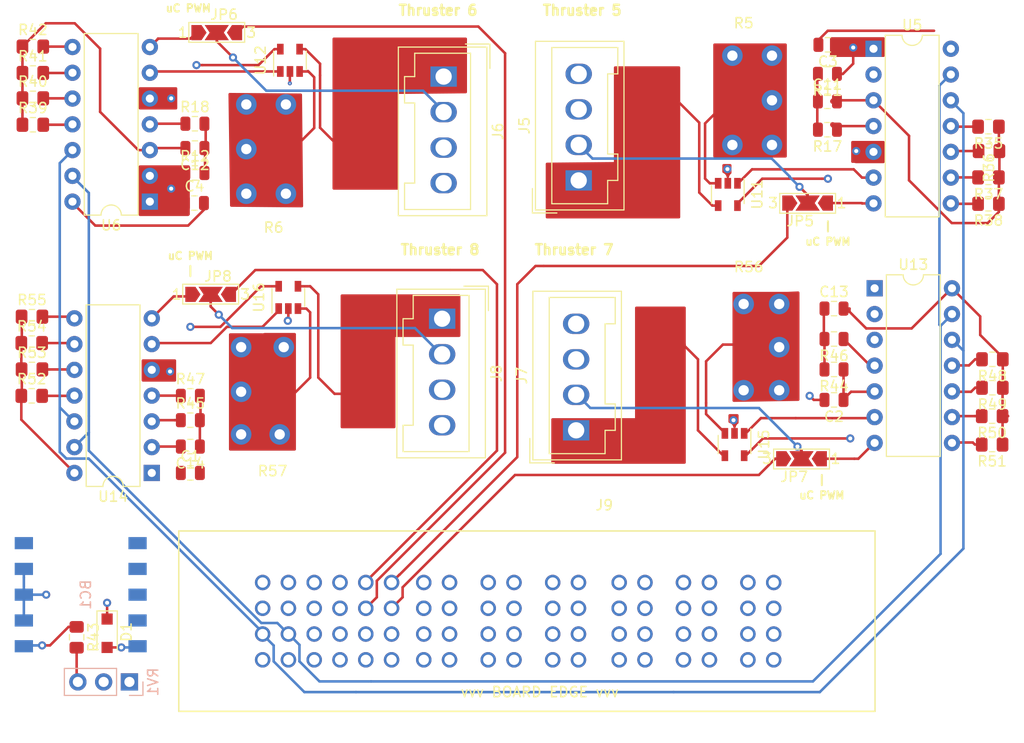
<source format=kicad_pcb>
(kicad_pcb (version 20171130) (host pcbnew "(5.0.0)")
  (layers (0 F.Cu signal) (1 In1.Cu power hide) (2 In2.Cu power hide) (31 B.Cu signal) (34 B.Paste user) (35 F.Paste user) (36 B.SilkS user) (37 F.SilkS user) (38 B.Mask user) (39 F.Mask user) (44 Edge.Cuts user))
  (net 0 "")
  (net 1 GNDPWR)
  (net 2 +12P)
  (net 3 /PWM5)
  (net 4 /PWM6)
  (net 5 +5VP)
  (net 6 /CS6)
  (net 7 "Net-(R18-Pad1)")
  (net 8 "Net-(R17-Pad1)")
  (net 9 /CS5)
  (net 10 "Net-(C11-Pad1)")
  (net 11 "Net-(C12-Pad1)")
  (net 12 "Net-(R36-Pad2)")
  (net 13 "Net-(R42-Pad2)")
  (net 14 "Net-(R35-Pad2)")
  (net 15 "Net-(R38-Pad2)")
  (net 16 "Net-(R39-Pad2)")
  (net 17 "Net-(R40-Pad2)")
  (net 18 "Net-(R41-Pad2)")
  (net 19 "Net-(R37-Pad2)")
  (net 20 "Net-(J5-Pad1)")
  (net 21 "Net-(J6-Pad1)")
  (net 22 /SDA_iso)
  (net 23 /SCL_iso)
  (net 24 "Net-(BC1-Pad6)")
  (net 25 "Net-(R43-Pad2)")
  (net 26 "Net-(BC1-Pad4)")
  (net 27 "Net-(C13-Pad1)")
  (net 28 "Net-(J5-Pad2)")
  (net 29 "Net-(J6-Pad2)")
  (net 30 "Net-(J7-Pad2)")
  (net 31 "Net-(J7-Pad1)")
  (net 32 "Net-(J8-Pad1)")
  (net 33 "Net-(J8-Pad2)")
  (net 34 /PCA_PWM8)
  (net 35 /PWM8)
  (net 36 /PCA_PWM6)
  (net 37 /PWM7)
  (net 38 /PCA_PWM7)
  (net 39 /PCA_PWM5)
  (net 40 "Net-(R46-Pad1)")
  (net 41 "Net-(R47-Pad1)")
  (net 42 "Net-(R48-Pad2)")
  (net 43 "Net-(R49-Pad2)")
  (net 44 "Net-(R50-Pad2)")
  (net 45 "Net-(R51-Pad2)")
  (net 46 "Net-(R52-Pad2)")
  (net 47 "Net-(R53-Pad2)")
  (net 48 "Net-(R54-Pad2)")
  (net 49 "Net-(R55-Pad2)")
  (net 50 /CS7)
  (net 51 /CS8)
  (net 52 "Net-(C14-Pad1)")
  (net 53 "Net-(J9-PadC3)")
  (net 54 "Net-(J9-PadC2)")
  (net 55 "Net-(J9-PadC1)")
  (net 56 "Net-(J9-PadA2)")
  (net 57 "Net-(J9-PadA3)")
  (net 58 "Net-(J9-PadA1)")
  (net 59 "Net-(J9-PadA4)")
  (net 60 "Net-(J9-PadC4)")
  (net 61 "Net-(J9-PadB5)")
  (net 62 "Net-(J9-PadA5)")
  (net 63 "Net-(J9-PadB6)")
  (net 64 "Net-(J9-PadA6)")
  (net 65 "Net-(J9-PadD1)")
  (net 66 "Net-(J9-PadD2)")
  (net 67 "Net-(J9-PadD3)")
  (net 68 "Net-(J9-PadD4)")
  (net 69 "Net-(J9-PadB3)")
  (net 70 "Net-(J9-PadB4)")
  (module Connector_Wago:Wago_734-134_1x04_P3.50mm_Vertical (layer F.Cu) (at 151.052517 68.966737 90)
    (fp_text reference J5 (at 5.4 -5.35 90) (layer F.SilkS))
    (fp_text value Conn_01x04_Female)
    (pad 1 thru_hole rect (at 0 0 90) (size 2 2.6) (drill 1.6) (layers *.Cu *.Mask) (net 20 "Net-(J5-Pad1)"))
    (pad 2 thru_hole oval (at 3.5 0 90) (size 2 2.6) (drill 1.6) (layers *.Cu *.Mask) (net 28 "Net-(J5-Pad2)"))
    (pad 3 thru_hole oval (at 7 0 90) (size 2 2.6) (drill 1.6) (layers *.Cu *.Mask) (net 1 GNDPWR))
    (pad 4 thru_hole oval (at 10.5 0 90) (size 2 2.6) (drill 1.6) (layers *.Cu *.Mask) (net 1 GNDPWR))
  )
  (module Resistor_SMD:R_0805_2012Metric_Pad1.15x1.40mm_HandSolder (layer F.Cu) (at 191.464513 66.071311 180)
    (fp_text reference R36 (at 0 -1.65 270) (layer F.SilkS))
    (fp_text value 1k)
    (pad 2 smd roundrect (at 1.025 0 180) (size 1.15 1.4) (layers F.Cu F.Paste F.Mask) (roundrect_rratio 0.217391) (net 12 "Net-(R36-Pad2)"))
    (pad 1 smd roundrect (at -1.025 0 180) (size 1.15 1.4) (layers F.Cu F.Paste F.Mask) (roundrect_rratio 0.217391) (net 1 GNDPWR))
  )
  (module "ROV:Shunt Resistor" (layer F.Cu) (at 167.302517 53.966737 180)
    (fp_text reference R5 (at 0 0.5 180) (layer F.SilkS))
    (fp_text value WSLP59311L000FEB)
    (pad 2 smd rect (at 8.3 -7.112 180) (size 2.7 6.2) (layers F.Cu F.Paste F.Mask) (net 20 "Net-(J5-Pad1)"))
    (pad 1 smd rect (at 0 -7.112 180) (size 2.7 6.2) (layers F.Cu F.Paste F.Mask) (net 2 +12P))
  )
  (module Resistor_SMD:R_0805_2012Metric_Pad1.15x1.40mm_HandSolder (layer F.Cu) (at 191.414513 68.671311 180)
    (fp_text reference R37 (at 0 -1.65 180) (layer F.SilkS))
    (fp_text value 1k)
    (pad 2 smd roundrect (at 1.025 0 180) (size 1.15 1.4) (layers F.Cu F.Paste F.Mask) (roundrect_rratio 0.217391) (net 19 "Net-(R37-Pad2)"))
    (pad 1 smd roundrect (at -1.025 0 180) (size 1.15 1.4) (layers F.Cu F.Paste F.Mask) (roundrect_rratio 0.217391) (net 1 GNDPWR))
  )
  (module Resistor_SMD:R_0805_2012Metric_Pad1.15x1.40mm_HandSolder (layer F.Cu) (at 191.414513 71.271311 180)
    (fp_text reference R38 (at 0 -1.65 180) (layer F.SilkS))
    (fp_text value 1k)
    (pad 2 smd roundrect (at 1.025 0 180) (size 1.15 1.4) (layers F.Cu F.Paste F.Mask) (roundrect_rratio 0.217391) (net 15 "Net-(R38-Pad2)"))
    (pad 1 smd roundrect (at -1.025 0 180) (size 1.15 1.4) (layers F.Cu F.Paste F.Mask) (roundrect_rratio 0.217391) (net 1 GNDPWR))
  )
  (module Resistor_SMD:R_0805_2012Metric_Pad1.15x1.40mm_HandSolder (layer F.Cu) (at 191.414513 63.671311 180)
    (fp_text reference R35 (at 0 -1.65 180) (layer F.SilkS))
    (fp_text value R_Small)
    (pad 2 smd roundrect (at 1.025 0 180) (size 1.15 1.4) (layers F.Cu F.Paste F.Mask) (roundrect_rratio 0.217391) (net 14 "Net-(R35-Pad2)"))
    (pad 1 smd roundrect (at -1.025 0 180) (size 1.15 1.4) (layers F.Cu F.Paste F.Mask) (roundrect_rratio 0.217391) (net 1 GNDPWR))
  )
  (module Package_DIP:DIP-14_W7.62mm (layer F.Cu) (at 180.089513 55.991311)
    (fp_text reference U5 (at 3.81 -2.33) (layer F.SilkS))
    (fp_text value PIC16F15323)
    (pad 14 thru_hole oval (at 7.62 0) (size 1.6 1.6) (drill 0.8) (layers *.Cu *.Mask) (net 1 GNDPWR))
    (pad 7 thru_hole oval (at 0 15.24) (size 1.6 1.6) (drill 0.8) (layers *.Cu *.Mask) (net 3 /PWM5))
    (pad 13 thru_hole oval (at 7.62 2.54) (size 1.6 1.6) (drill 0.8) (layers *.Cu *.Mask) (net 22 /SDA_iso))
    (pad 6 thru_hole oval (at 0 12.7) (size 1.6 1.6) (drill 0.8) (layers *.Cu *.Mask) (net 9 /CS5))
    (pad 12 thru_hole oval (at 7.62 5.08) (size 1.6 1.6) (drill 0.8) (layers *.Cu *.Mask) (net 23 /SCL_iso))
    (pad 5 thru_hole oval (at 0 10.16) (size 1.6 1.6) (drill 0.8) (layers *.Cu *.Mask) (net 5 +5VP))
    (pad 11 thru_hole oval (at 7.62 7.62) (size 1.6 1.6) (drill 0.8) (layers *.Cu *.Mask) (net 14 "Net-(R35-Pad2)"))
    (pad 4 thru_hole oval (at 0 7.62) (size 1.6 1.6) (drill 0.8) (layers *.Cu *.Mask) (net 8 "Net-(R17-Pad1)"))
    (pad 10 thru_hole oval (at 7.62 10.16) (size 1.6 1.6) (drill 0.8) (layers *.Cu *.Mask) (net 12 "Net-(R36-Pad2)"))
    (pad 3 thru_hole oval (at 0 5.08) (size 1.6 1.6) (drill 0.8) (layers *.Cu *.Mask) (net 1 GNDPWR))
    (pad 9 thru_hole oval (at 7.62 12.7) (size 1.6 1.6) (drill 0.8) (layers *.Cu *.Mask) (net 19 "Net-(R37-Pad2)"))
    (pad 2 thru_hole oval (at 0 2.54) (size 1.6 1.6) (drill 0.8) (layers *.Cu *.Mask) (net 1 GNDPWR))
    (pad 8 thru_hole oval (at 7.62 15.24) (size 1.6 1.6) (drill 0.8) (layers *.Cu *.Mask) (net 15 "Net-(R38-Pad2)"))
    (pad 1 thru_hole rect (at 0 0) (size 1.6 1.6) (drill 0.8) (layers *.Cu *.Mask) (net 5 +5VP))
  )
  (module Jumper:SolderJumper-3_P2.0mm_Open_TrianglePad1.0x1.5mm_NumberLabels (layer F.Cu) (at 173.6 71.2 180)
    (fp_text reference JP5 (at 0.725 -1.775 180) (layer F.SilkS))
    (fp_text value SolderJumper_3_Open)
    (fp_text user 1 (at -3.35 0 180) (layer F.SilkS))
    (fp_text user 3 (at 3.4 0 180) (layer F.SilkS))
    (pad 3 smd custom (at 2 0) (size 0.3 0.3) (layers F.Cu F.Mask) (net 39 /PCA_PWM5) (options (clearance outline) (anchor rect)) (primitives (gr_poly (pts (xy -0.5 -0.75) (xy 0.5 -0.75) (xy 1 0) (xy 0.5 0.75) (xy -0.5 0.75)) (width 0))))
    (pad 2 smd custom (at 0 0 180) (size 0.3 0.3) (layers F.Cu) (net 28 "Net-(J5-Pad2)") (options (clearance outline) (anchor rect)) (primitives (gr_poly (pts (xy -1.2 -0.75) (xy 1.2 -0.75) (xy 0.7 0) (xy 1.2 0.75) (xy -1.2 0.75) (xy -0.7 0)) (width 0))))
    (pad 1 smd custom (at -2 0 180) (size 0.3 0.3) (layers F.Cu F.Mask) (net 3 /PWM5) (options (clearance outline) (anchor rect)) (primitives (gr_poly (pts (xy -0.5 -0.75) (xy 0.5 -0.75) (xy 1 0) (xy 0.5 0.75) (xy -0.5 0.75)) (width 0))))
  )
  (module Capacitor_SMD:C_0805_2012Metric (layer F.Cu) (at 175.552517 61.171311)
    (fp_text reference C11 (at 0 -1.65) (layer F.SilkS))
    (fp_text value 10nF)
    (pad 2 smd roundrect (at 0.9375 0) (size 0.975 1.4) (layers F.Cu F.Paste F.Mask) (net 1 GNDPWR))
    (pad 1 smd roundrect (at -0.9375 0) (size 0.975 1.4) (layers F.Cu F.Paste F.Mask) (net 10 "Net-(C11-Pad1)"))
  )
  (module Resistor_SMD:R_0805_2012Metric (layer F.Cu) (at 175.552517 63.966737 180)
    (fp_text reference R17 (at 0 -1.65 180) (layer F.SilkS))
    (fp_text value 100)
    (pad 2 smd roundrect (at 0.9375 0 180) (size 0.975 1.4) (layers F.Cu F.Paste F.Mask) (net 10 "Net-(C11-Pad1)"))
    (pad 1 smd roundrect (at -0.9375 0 180) (size 0.975 1.4) (layers F.Cu F.Paste F.Mask) (net 8 "Net-(R17-Pad1)"))
  )
  (module Resistor_SMD:R_0805_2012Metric (layer F.Cu) (at 175.552517 58.466737 180)
    (fp_text reference R11 (at 0 -1.65 180) (layer F.SilkS))
    (fp_text value 10k)
    (pad 2 smd roundrect (at 0.9375 0 180) (size 0.975 1.4) (layers F.Cu F.Paste F.Mask) (net 10 "Net-(C11-Pad1)"))
    (pad 1 smd roundrect (at -0.9375 0 180) (size 0.975 1.4) (layers F.Cu F.Paste F.Mask) (net 5 +5VP))
  )
  (module Package_TO_SOT_SMD:SOT-23-5 (layer F.Cu) (at 165.739513 70.35 270)
    (fp_text reference U11 (at 0 -2.9 270) (layer F.SilkS))
    (fp_text value TSC888)
    (pad 5 smd rect (at 1.1 -0.95 270) (size 1.06 0.65) (layers F.Cu F.Paste F.Mask) (net 5 +5VP))
    (pad 4 smd rect (at 1.1 0.95 270) (size 1.06 0.65) (layers F.Cu F.Paste F.Mask) (net 20 "Net-(J5-Pad1)"))
    (pad 3 smd rect (at -1.1 0.95 270) (size 1.06 0.65) (layers F.Cu F.Paste F.Mask) (net 2 +12P))
    (pad 2 smd rect (at -1.1 0 270) (size 1.06 0.65) (layers F.Cu F.Paste F.Mask) (net 1 GNDPWR))
    (pad 1 smd rect (at -1.1 -0.95 270) (size 1.06 0.65) (layers F.Cu F.Paste F.Mask) (net 9 /CS5))
  )
  (module Package_DIP:DIP-14_W7.62mm (layer F.Cu) (at 108.810487 71.058689 180)
    (fp_text reference U6 (at 3.81 -2.33 180) (layer F.SilkS))
    (fp_text value PIC16F15323)
    (pad 14 thru_hole oval (at 7.62 0 180) (size 1.6 1.6) (drill 0.8) (layers *.Cu *.Mask) (net 1 GNDPWR))
    (pad 7 thru_hole oval (at 0 15.24 180) (size 1.6 1.6) (drill 0.8) (layers *.Cu *.Mask) (net 4 /PWM6))
    (pad 13 thru_hole oval (at 7.62 2.54 180) (size 1.6 1.6) (drill 0.8) (layers *.Cu *.Mask) (net 22 /SDA_iso))
    (pad 6 thru_hole oval (at 0 12.7 180) (size 1.6 1.6) (drill 0.8) (layers *.Cu *.Mask) (net 6 /CS6))
    (pad 12 thru_hole oval (at 7.62 5.08 180) (size 1.6 1.6) (drill 0.8) (layers *.Cu *.Mask) (net 23 /SCL_iso))
    (pad 5 thru_hole oval (at 0 10.16 180) (size 1.6 1.6) (drill 0.8) (layers *.Cu *.Mask) (net 5 +5VP))
    (pad 11 thru_hole oval (at 7.62 7.62 180) (size 1.6 1.6) (drill 0.8) (layers *.Cu *.Mask) (net 16 "Net-(R39-Pad2)"))
    (pad 4 thru_hole oval (at 0 7.62 180) (size 1.6 1.6) (drill 0.8) (layers *.Cu *.Mask) (net 7 "Net-(R18-Pad1)"))
    (pad 10 thru_hole oval (at 7.62 10.16 180) (size 1.6 1.6) (drill 0.8) (layers *.Cu *.Mask) (net 17 "Net-(R40-Pad2)"))
    (pad 3 thru_hole oval (at 0 5.08 180) (size 1.6 1.6) (drill 0.8) (layers *.Cu *.Mask) (net 1 GNDPWR))
    (pad 9 thru_hole oval (at 7.62 12.7 180) (size 1.6 1.6) (drill 0.8) (layers *.Cu *.Mask) (net 18 "Net-(R41-Pad2)"))
    (pad 2 thru_hole oval (at 0 2.54 180) (size 1.6 1.6) (drill 0.8) (layers *.Cu *.Mask) (net 5 +5VP))
    (pad 8 thru_hole oval (at 7.62 15.24 180) (size 1.6 1.6) (drill 0.8) (layers *.Cu *.Mask) (net 13 "Net-(R42-Pad2)"))
    (pad 1 thru_hole rect (at 0 0 180) (size 1.6 1.6) (drill 0.8) (layers *.Cu *.Mask) (net 5 +5VP))
  )
  (module Connector_PinHeader_2.54mm:PinHeader_1x03_P2.54mm_Vertical (layer B.Cu) (at 106.8 118.4 90)
    (fp_text reference RV1 (at 0 2.33 90) (layer B.SilkS) (effects (justify mirror)))
    (fp_text value R_POT_TRIM_US)
    (pad 1 thru_hole rect (at 0 0 90) (size 1.7 1.7) (drill 1) (layers *.Cu *.Mask) (net 1 GNDPWR))
    (pad 2 thru_hole oval (at 0 -2.54 90) (size 1.7 1.7) (drill 1) (layers *.Cu *.Mask) (net 25 "Net-(R43-Pad2)"))
    (pad 3 thru_hole oval (at 0 -5.08 90) (size 1.7 1.7) (drill 1) (layers *.Cu *.Mask) (net 25 "Net-(R43-Pad2)"))
  )
  (module Connector_Wago:Wago_734-134_1x04_P3.50mm_Vertical (layer F.Cu) (at 137.747483 58.733263 270)
    (fp_text reference J6 (at 5.4 -5.35 270) (layer F.SilkS))
    (fp_text value Conn_01x04_Female)
    (pad 4 thru_hole oval (at 10.5 0 270) (size 2 2.6) (drill 1.6) (layers *.Cu *.Mask) (net 1 GNDPWR))
    (pad 3 thru_hole oval (at 7 0 270) (size 2 2.6) (drill 1.6) (layers *.Cu *.Mask) (net 1 GNDPWR))
    (pad 2 thru_hole oval (at 3.5 0 270) (size 2 2.6) (drill 1.6) (layers *.Cu *.Mask) (net 29 "Net-(J6-Pad2)"))
    (pad 1 thru_hole rect (at 0 0 270) (size 2 2.6) (drill 1.6) (layers *.Cu *.Mask) (net 21 "Net-(J6-Pad1)"))
  )
  (module rov:D_SOD-123F (layer F.Cu) (at 104.6 113.6 270)
    (fp_text reference D1 (at -0.127 -1.905 270) (layer F.SilkS))
    (fp_text value D_Small)
    (pad 1 smd rect (at -1.4 0 270) (size 1.1 1.1) (layers F.Cu F.Paste F.Mask) (net 5 +5VP))
    (pad 2 smd rect (at 1.4 0 270) (size 1.1 1.1) (layers F.Cu F.Paste F.Mask) (net 26 "Net-(BC1-Pad4)"))
  )
  (module rov:R78AA-1.0 (layer B.Cu) (at 102 109.8 270)
    (fp_text reference BC1 (at 0 -0.5 270) (layer B.SilkS) (effects (justify mirror)))
    (fp_text value R-78AA-1.0)
    (pad 3 smd rect (at 0 -5.6 270) (size 1.2 1.8) (layers B.Cu B.Paste B.Mask) (net 1 GNDPWR))
    (pad 4 smd rect (at 2.54 -5.6 270) (size 1.2 1.8) (layers B.Cu B.Paste B.Mask) (net 26 "Net-(BC1-Pad4)"))
    (pad 5 smd rect (at 5.08 -5.6 270) (size 1.2 1.8) (layers B.Cu B.Paste B.Mask) (net 26 "Net-(BC1-Pad4)"))
    (pad 1 smd rect (at -5.08 -5.6 270) (size 1.2 1.8) (layers B.Cu B.Paste B.Mask) (net 2 +12P))
    (pad 2 smd rect (at -2.54 -5.6 270) (size 1.2 1.8) (layers B.Cu B.Paste B.Mask) (net 2 +12P))
    (pad 10 smd rect (at -5.08 5.6 90) (size 1.2 1.8) (layers B.Cu B.Paste B.Mask) (net 2 +12P))
    (pad 9 smd rect (at -2.54 5.6 90) (size 1.2 1.8) (layers B.Cu B.Paste B.Mask) (net 1 GNDPWR))
    (pad 7 smd rect (at 2.54 5.6 90) (size 1.2 1.8) (layers B.Cu B.Paste B.Mask) (net 1 GNDPWR))
    (pad 8 smd rect (at 0 5.6 90) (size 1.2 1.8) (layers B.Cu B.Paste B.Mask) (net 1 GNDPWR))
    (pad 6 smd rect (at 5.08 5.6 90) (size 1.2 1.8) (layers B.Cu B.Paste B.Mask) (net 24 "Net-(BC1-Pad6)"))
  )
  (module rov:R_0805_SMD (layer F.Cu) (at 101.6 114 270)
    (fp_text reference R43 (at 0 -1.65 270) (layer F.SilkS))
    (fp_text value R_Small)
    (pad 1 smd roundrect (at -1.025 0 270) (size 1.15 1.4) (layers F.Cu F.Paste F.Mask) (roundrect_rratio 0.217391) (net 24 "Net-(BC1-Pad6)"))
    (pad 2 smd roundrect (at 1.025 0 270) (size 1.15 1.4) (layers F.Cu F.Paste F.Mask) (roundrect_rratio 0.217391) (net 25 "Net-(R43-Pad2)"))
  )
  (module Resistor_SMD:R_0805_2012Metric_Pad1.15x1.40mm_HandSolder (layer F.Cu) (at 97.285487 58.378689)
    (fp_text reference R41 (at 0 -1.65) (layer F.SilkS))
    (fp_text value 1k)
    (pad 2 smd roundrect (at 1.025 0) (size 1.15 1.4) (layers F.Cu F.Paste F.Mask) (roundrect_rratio 0.217391) (net 18 "Net-(R41-Pad2)"))
    (pad 1 smd roundrect (at -1.025 0) (size 1.15 1.4) (layers F.Cu F.Paste F.Mask) (roundrect_rratio 0.217391) (net 1 GNDPWR))
  )
  (module Resistor_SMD:R_0805_2012Metric_Pad1.15x1.40mm_HandSolder (layer F.Cu) (at 97.285487 60.878689)
    (fp_text reference R40 (at 0 -1.65) (layer F.SilkS))
    (fp_text value 1k)
    (pad 2 smd roundrect (at 1.025 0) (size 1.15 1.4) (layers F.Cu F.Paste F.Mask) (roundrect_rratio 0.217391) (net 17 "Net-(R40-Pad2)"))
    (pad 1 smd roundrect (at -1.025 0) (size 1.15 1.4) (layers F.Cu F.Paste F.Mask) (roundrect_rratio 0.217391) (net 1 GNDPWR))
  )
  (module Resistor_SMD:R_0805_2012Metric_Pad1.15x1.40mm_HandSolder (layer F.Cu) (at 97.285487 63.478689)
    (fp_text reference R39 (at 0 -1.65) (layer F.SilkS))
    (fp_text value R_Small)
    (pad 2 smd roundrect (at 1.025 0) (size 1.15 1.4) (layers F.Cu F.Paste F.Mask) (roundrect_rratio 0.217391) (net 16 "Net-(R39-Pad2)"))
    (pad 1 smd roundrect (at -1.025 0) (size 1.15 1.4) (layers F.Cu F.Paste F.Mask) (roundrect_rratio 0.217391) (net 1 GNDPWR))
  )
  (module Resistor_SMD:R_0805_2012Metric_Pad1.15x1.40mm_HandSolder (layer F.Cu) (at 97.285487 55.778689)
    (fp_text reference R42 (at 0 -1.65) (layer F.SilkS))
    (fp_text value 1k)
    (pad 2 smd roundrect (at 1.025 0) (size 1.15 1.4) (layers F.Cu F.Paste F.Mask) (roundrect_rratio 0.217391) (net 13 "Net-(R42-Pad2)"))
    (pad 1 smd roundrect (at -1.025 0) (size 1.15 1.4) (layers F.Cu F.Paste F.Mask) (roundrect_rratio 0.217391) (net 1 GNDPWR))
  )
  (module Resistor_SMD:R_0805_2012Metric (layer F.Cu) (at 113.247483 63.378689)
    (fp_text reference R18 (at 0 -1.65) (layer F.SilkS))
    (fp_text value 100)
    (pad 2 smd roundrect (at 0.9375 0) (size 0.975 1.4) (layers F.Cu F.Paste F.Mask) (net 11 "Net-(C12-Pad1)"))
    (pad 1 smd roundrect (at -0.9375 0) (size 0.975 1.4) (layers F.Cu F.Paste F.Mask) (net 7 "Net-(R18-Pad1)"))
  )
  (module Resistor_SMD:R_0805_2012Metric (layer F.Cu) (at 113.247483 68.233263)
    (fp_text reference R12 (at 0 -1.65) (layer F.SilkS))
    (fp_text value 10k)
    (pad 2 smd roundrect (at 0.9375 0) (size 0.975 1.4) (layers F.Cu F.Paste F.Mask) (net 11 "Net-(C12-Pad1)"))
    (pad 1 smd roundrect (at -0.9375 0) (size 0.975 1.4) (layers F.Cu F.Paste F.Mask) (net 5 +5VP))
  )
  (module Capacitor_SMD:C_0805_2012Metric (layer F.Cu) (at 113.247483 65.778689 180)
    (fp_text reference C12 (at 0 -1.65 180) (layer F.SilkS))
    (fp_text value 10nF)
    (pad 2 smd roundrect (at 0.9375 0 180) (size 0.975 1.4) (layers F.Cu F.Paste F.Mask) (net 1 GNDPWR))
    (pad 1 smd roundrect (at -0.9375 0 180) (size 0.975 1.4) (layers F.Cu F.Paste F.Mask) (net 11 "Net-(C12-Pad1)"))
  )
  (module Package_TO_SOT_SMD:SOT-23-5 (layer F.Cu) (at 122.610487 57.128689 90)
    (fp_text reference U12 (at 0 -2.9 90) (layer F.SilkS))
    (fp_text value TSC888)
    (pad 5 smd rect (at 1.1 -0.95 90) (size 1.06 0.65) (layers F.Cu F.Paste F.Mask) (net 5 +5VP))
    (pad 4 smd rect (at 1.1 0.95 90) (size 1.06 0.65) (layers F.Cu F.Paste F.Mask) (net 21 "Net-(J6-Pad1)"))
    (pad 3 smd rect (at -1.1 0.95 90) (size 1.06 0.65) (layers F.Cu F.Paste F.Mask) (net 2 +12P))
    (pad 2 smd rect (at -1.1 0 90) (size 1.06 0.65) (layers F.Cu F.Paste F.Mask) (net 1 GNDPWR))
    (pad 1 smd rect (at -1.1 -0.95 90) (size 1.06 0.65) (layers F.Cu F.Paste F.Mask) (net 6 /CS6))
  )
  (module "rov:Shunt Resistor" (layer F.Cu) (at 121 73.112)
    (fp_text reference R6 (at 0 0.5) (layer F.SilkS))
    (fp_text value WSLP59311L000FEB)
    (pad 1 smd rect (at 0 -7.112) (size 2.7 6.2) (layers F.Cu F.Paste F.Mask) (net 2 +12P))
    (pad 2 smd rect (at 8.3 -7.112) (size 2.7 6.2) (layers F.Cu F.Paste F.Mask) (net 21 "Net-(J6-Pad1)"))
  )
  (module Capacitor_SMD:C_0805_2012Metric (layer F.Cu) (at 176.2 81.6)
    (fp_text reference C13 (at 0 -1.65) (layer F.SilkS))
    (fp_text value 10nF)
    (pad 1 smd roundrect (at -0.9375 0) (size 0.975 1.4) (layers F.Cu F.Paste F.Mask) (net 27 "Net-(C13-Pad1)"))
    (pad 2 smd roundrect (at 0.9375 0) (size 0.975 1.4) (layers F.Cu F.Paste F.Mask) (net 1 GNDPWR))
  )
  (module Connector_Wago:Wago_734-134_1x04_P3.50mm_Vertical (layer F.Cu) (at 150.8 93.6 90)
    (fp_text reference J7 (at 5.4 -5.35 90) (layer F.SilkS))
    (fp_text value Conn_01x04_Female)
    (pad 4 thru_hole oval (at 10.5 0 90) (size 2 2.6) (drill 1.6) (layers *.Cu *.Mask) (net 1 GNDPWR))
    (pad 3 thru_hole oval (at 7 0 90) (size 2 2.6) (drill 1.6) (layers *.Cu *.Mask) (net 1 GNDPWR))
    (pad 2 thru_hole oval (at 3.5 0 90) (size 2 2.6) (drill 1.6) (layers *.Cu *.Mask) (net 30 "Net-(J7-Pad2)"))
    (pad 1 thru_hole rect (at 0 0 90) (size 2 2.6) (drill 1.6) (layers *.Cu *.Mask) (net 31 "Net-(J7-Pad1)"))
  )
  (module Connector_Wago:Wago_734-134_1x04_P3.50mm_Vertical (layer F.Cu) (at 137.6 82.6 270)
    (fp_text reference J8 (at 5.4 -5.35 270) (layer F.SilkS))
    (fp_text value Conn_01x04_Female)
    (pad 1 thru_hole rect (at 0 0 270) (size 2 2.6) (drill 1.6) (layers *.Cu *.Mask) (net 32 "Net-(J8-Pad1)"))
    (pad 2 thru_hole oval (at 3.5 0 270) (size 2 2.6) (drill 1.6) (layers *.Cu *.Mask) (net 33 "Net-(J8-Pad2)"))
    (pad 3 thru_hole oval (at 7 0 270) (size 2 2.6) (drill 1.6) (layers *.Cu *.Mask) (net 1 GNDPWR))
    (pad 4 thru_hole oval (at 10.5 0 270) (size 2 2.6) (drill 1.6) (layers *.Cu *.Mask) (net 1 GNDPWR))
  )
  (module Jumper:SolderJumper-3_P2.0mm_Open_TrianglePad1.0x1.5mm_NumberLabels (layer F.Cu) (at 115.4 54.4)
    (fp_text reference JP6 (at 0.725 -1.775) (layer F.SilkS))
    (fp_text value SolderJumper_3_Open)
    (fp_text user 3 (at 3.4 0) (layer F.SilkS))
    (fp_text user 1 (at -3.35 0) (layer F.SilkS))
    (pad 1 smd custom (at -2 0) (size 0.3 0.3) (layers F.Cu F.Mask) (net 4 /PWM6) (options (clearance outline) (anchor rect)) (primitives (gr_poly (pts (xy -0.5 -0.75) (xy 0.5 -0.75) (xy 1 0) (xy 0.5 0.75) (xy -0.5 0.75)) (width 0))))
    (pad 2 smd custom (at 0 0) (size 0.3 0.3) (layers F.Cu) (net 29 "Net-(J6-Pad2)") (options (clearance outline) (anchor rect)) (primitives (gr_poly (pts (xy -1.2 -0.75) (xy 1.2 -0.75) (xy 0.7 0) (xy 1.2 0.75) (xy -1.2 0.75) (xy -0.7 0)) (width 0))))
    (pad 3 smd custom (at 2 0 180) (size 0.3 0.3) (layers F.Cu F.Mask) (net 36 /PCA_PWM6) (options (clearance outline) (anchor rect)) (primitives (gr_poly (pts (xy -0.5 -0.75) (xy 0.5 -0.75) (xy 1 0) (xy 0.5 0.75) (xy -0.5 0.75)) (width 0))))
  )
  (module Jumper:SolderJumper-3_P2.0mm_Open_TrianglePad1.0x1.5mm_NumberLabels (layer F.Cu) (at 173 96.4 180)
    (fp_text reference JP7 (at 0.725 -1.775 180) (layer F.SilkS))
    (fp_text value SolderJumper_3_Open)
    (fp_text user 1 (at -3.35 0 180) (layer F.SilkS))
    (fp_text user 3 (at 3.4 0 180) (layer F.SilkS))
    (pad 3 smd custom (at 2 0) (size 0.3 0.3) (layers F.Cu F.Mask) (net 38 /PCA_PWM7) (options (clearance outline) (anchor rect)) (primitives (gr_poly (pts (xy -0.5 -0.75) (xy 0.5 -0.75) (xy 1 0) (xy 0.5 0.75) (xy -0.5 0.75)) (width 0))))
    (pad 2 smd custom (at 0 0 180) (size 0.3 0.3) (layers F.Cu) (net 30 "Net-(J7-Pad2)") (options (clearance outline) (anchor rect)) (primitives (gr_poly (pts (xy -1.2 -0.75) (xy 1.2 -0.75) (xy 0.7 0) (xy 1.2 0.75) (xy -1.2 0.75) (xy -0.7 0)) (width 0))))
    (pad 1 smd custom (at -2 0 180) (size 0.3 0.3) (layers F.Cu F.Mask) (net 37 /PWM7) (options (clearance outline) (anchor rect)) (primitives (gr_poly (pts (xy -0.5 -0.75) (xy 0.5 -0.75) (xy 1 0) (xy 0.5 0.75) (xy -0.5 0.75)) (width 0))))
  )
  (module Jumper:SolderJumper-3_P2.0mm_Open_TrianglePad1.0x1.5mm_NumberLabels (layer F.Cu) (at 114.8 80.2)
    (fp_text reference JP8 (at 0.725 -1.775) (layer F.SilkS))
    (fp_text value SolderJumper_3_Open)
    (fp_text user 3 (at 3.4 0) (layer F.SilkS))
    (fp_text user 1 (at -3.35 0) (layer F.SilkS))
    (pad 1 smd custom (at -2 0) (size 0.3 0.3) (layers F.Cu F.Mask) (net 35 /PWM8) (options (clearance outline) (anchor rect)) (primitives (gr_poly (pts (xy -0.5 -0.75) (xy 0.5 -0.75) (xy 1 0) (xy 0.5 0.75) (xy -0.5 0.75)) (width 0))))
    (pad 2 smd custom (at 0 0) (size 0.3 0.3) (layers F.Cu) (net 33 "Net-(J8-Pad2)") (options (clearance outline) (anchor rect)) (primitives (gr_poly (pts (xy -1.2 -0.75) (xy 1.2 -0.75) (xy 0.7 0) (xy 1.2 0.75) (xy -1.2 0.75) (xy -0.7 0)) (width 0))))
    (pad 3 smd custom (at 2 0 180) (size 0.3 0.3) (layers F.Cu F.Mask) (net 34 /PCA_PWM8) (options (clearance outline) (anchor rect)) (primitives (gr_poly (pts (xy -0.5 -0.75) (xy 0.5 -0.75) (xy 1 0) (xy 0.5 0.75) (xy -0.5 0.75)) (width 0))))
  )
  (module Resistor_SMD:R_0805_2012Metric (layer F.Cu) (at 176.2 87.6 180)
    (fp_text reference R44 (at 0 -1.65 180) (layer F.SilkS))
    (fp_text value 10k)
    (pad 1 smd roundrect (at -0.9375 0 180) (size 0.975 1.4) (layers F.Cu F.Paste F.Mask) (net 5 +5VP))
    (pad 2 smd roundrect (at 0.9375 0 180) (size 0.975 1.4) (layers F.Cu F.Paste F.Mask) (net 27 "Net-(C13-Pad1)"))
  )
  (module Resistor_SMD:R_0805_2012Metric (layer F.Cu) (at 176.2 84.6 180)
    (fp_text reference R46 (at 0 -1.65 180) (layer F.SilkS))
    (fp_text value 100)
    (pad 2 smd roundrect (at 0.9375 0 180) (size 0.975 1.4) (layers F.Cu F.Paste F.Mask) (net 27 "Net-(C13-Pad1)"))
    (pad 1 smd roundrect (at -0.9375 0 180) (size 0.975 1.4) (layers F.Cu F.Paste F.Mask) (net 40 "Net-(R46-Pad1)"))
  )
  (module Resistor_SMD:R_0805_2012Metric_Pad1.15x1.40mm_HandSolder (layer F.Cu) (at 191.8 86.6 180)
    (fp_text reference R48 (at 0 -1.65 180) (layer F.SilkS))
    (fp_text value R_Small)
    (pad 2 smd roundrect (at 1.025 0 180) (size 1.15 1.4) (layers F.Cu F.Paste F.Mask) (roundrect_rratio 0.217391) (net 42 "Net-(R48-Pad2)"))
    (pad 1 smd roundrect (at -1.025 0 180) (size 1.15 1.4) (layers F.Cu F.Paste F.Mask) (roundrect_rratio 0.217391) (net 1 GNDPWR))
  )
  (module Resistor_SMD:R_0805_2012Metric_Pad1.15x1.40mm_HandSolder (layer F.Cu) (at 191.8 89.4 180)
    (fp_text reference R49 (at 0 -1.65 180) (layer F.SilkS))
    (fp_text value 1k)
    (pad 1 smd roundrect (at -1.025 0 180) (size 1.15 1.4) (layers F.Cu F.Paste F.Mask) (roundrect_rratio 0.217391) (net 1 GNDPWR))
    (pad 2 smd roundrect (at 1.025 0 180) (size 1.15 1.4) (layers F.Cu F.Paste F.Mask) (roundrect_rratio 0.217391) (net 43 "Net-(R49-Pad2)"))
  )
  (module Resistor_SMD:R_0805_2012Metric_Pad1.15x1.40mm_HandSolder (layer F.Cu) (at 191.775 92.2 180)
    (fp_text reference R50 (at 0 -1.65 180) (layer F.SilkS))
    (fp_text value 1k)
    (pad 1 smd roundrect (at -1.025 0 180) (size 1.15 1.4) (layers F.Cu F.Paste F.Mask) (roundrect_rratio 0.217391) (net 1 GNDPWR))
    (pad 2 smd roundrect (at 1.025 0 180) (size 1.15 1.4) (layers F.Cu F.Paste F.Mask) (roundrect_rratio 0.217391) (net 44 "Net-(R50-Pad2)"))
  )
  (module Resistor_SMD:R_0805_2012Metric_Pad1.15x1.40mm_HandSolder (layer F.Cu) (at 191.775 95 180)
    (fp_text reference R51 (at 0 -1.65 180) (layer F.SilkS))
    (fp_text value 1k)
    (pad 2 smd roundrect (at 1.025 0 180) (size 1.15 1.4) (layers F.Cu F.Paste F.Mask) (roundrect_rratio 0.217391) (net 45 "Net-(R51-Pad2)"))
    (pad 1 smd roundrect (at -1.025 0 180) (size 1.15 1.4) (layers F.Cu F.Paste F.Mask) (roundrect_rratio 0.217391) (net 1 GNDPWR))
  )
  (module Resistor_SMD:R_0805_2012Metric_Pad1.15x1.40mm_HandSolder (layer F.Cu) (at 97.175 90.2)
    (fp_text reference R52 (at 0 -1.65) (layer F.SilkS))
    (fp_text value R_Small)
    (pad 2 smd roundrect (at 1.025 0) (size 1.15 1.4) (layers F.Cu F.Paste F.Mask) (roundrect_rratio 0.217391) (net 46 "Net-(R52-Pad2)"))
    (pad 1 smd roundrect (at -1.025 0) (size 1.15 1.4) (layers F.Cu F.Paste F.Mask) (roundrect_rratio 0.217391) (net 1 GNDPWR))
  )
  (module Resistor_SMD:R_0805_2012Metric_Pad1.15x1.40mm_HandSolder (layer F.Cu) (at 97.2 87.6)
    (fp_text reference R53 (at 0 -1.65) (layer F.SilkS))
    (fp_text value 1k)
    (pad 1 smd roundrect (at -1.025 0) (size 1.15 1.4) (layers F.Cu F.Paste F.Mask) (roundrect_rratio 0.217391) (net 1 GNDPWR))
    (pad 2 smd roundrect (at 1.025 0) (size 1.15 1.4) (layers F.Cu F.Paste F.Mask) (roundrect_rratio 0.217391) (net 47 "Net-(R53-Pad2)"))
  )
  (module Resistor_SMD:R_0805_2012Metric_Pad1.15x1.40mm_HandSolder (layer F.Cu) (at 97.175 85)
    (fp_text reference R54 (at 0 -1.65) (layer F.SilkS))
    (fp_text value 1k)
    (pad 2 smd roundrect (at 1.025 0) (size 1.15 1.4) (layers F.Cu F.Paste F.Mask) (roundrect_rratio 0.217391) (net 48 "Net-(R54-Pad2)"))
    (pad 1 smd roundrect (at -1.025 0) (size 1.15 1.4) (layers F.Cu F.Paste F.Mask) (roundrect_rratio 0.217391) (net 1 GNDPWR))
  )
  (module Resistor_SMD:R_0805_2012Metric_Pad1.15x1.40mm_HandSolder (layer F.Cu) (at 97.2 82.4)
    (fp_text reference R55 (at 0 -1.65) (layer F.SilkS))
    (fp_text value 1k)
    (pad 1 smd roundrect (at -1.025 0) (size 1.15 1.4) (layers F.Cu F.Paste F.Mask) (roundrect_rratio 0.217391) (net 1 GNDPWR))
    (pad 2 smd roundrect (at 1.025 0) (size 1.15 1.4) (layers F.Cu F.Paste F.Mask) (roundrect_rratio 0.217391) (net 49 "Net-(R55-Pad2)"))
  )
  (module "rov:Shunt Resistor" (layer F.Cu) (at 120.9 97.112)
    (fp_text reference R57 (at 0 0.5) (layer F.SilkS))
    (fp_text value WSLP59311L000FEB)
    (pad 1 smd rect (at 0 -7.112) (size 2.7 6.2) (layers F.Cu F.Paste F.Mask) (net 2 +12P))
    (pad 2 smd rect (at 8.3 -7.112) (size 2.7 6.2) (layers F.Cu F.Paste F.Mask) (net 32 "Net-(J8-Pad1)"))
  )
  (module Package_DIP:DIP-14_W7.62mm (layer F.Cu) (at 180.2 79.6)
    (fp_text reference U13 (at 3.81 -2.33) (layer F.SilkS))
    (fp_text value PIC16F15323)
    (pad 14 thru_hole oval (at 7.62 0) (size 1.6 1.6) (drill 0.8) (layers *.Cu *.Mask) (net 1 GNDPWR))
    (pad 7 thru_hole oval (at 0 15.24) (size 1.6 1.6) (drill 0.8) (layers *.Cu *.Mask) (net 37 /PWM7))
    (pad 13 thru_hole oval (at 7.62 2.54) (size 1.6 1.6) (drill 0.8) (layers *.Cu *.Mask) (net 22 /SDA_iso))
    (pad 6 thru_hole oval (at 0 12.7) (size 1.6 1.6) (drill 0.8) (layers *.Cu *.Mask) (net 50 /CS7))
    (pad 12 thru_hole oval (at 7.62 5.08) (size 1.6 1.6) (drill 0.8) (layers *.Cu *.Mask) (net 23 /SCL_iso))
    (pad 5 thru_hole oval (at 0 10.16) (size 1.6 1.6) (drill 0.8) (layers *.Cu *.Mask) (net 5 +5VP))
    (pad 11 thru_hole oval (at 7.62 7.62) (size 1.6 1.6) (drill 0.8) (layers *.Cu *.Mask) (net 42 "Net-(R48-Pad2)"))
    (pad 4 thru_hole oval (at 0 7.62) (size 1.6 1.6) (drill 0.8) (layers *.Cu *.Mask) (net 40 "Net-(R46-Pad1)"))
    (pad 10 thru_hole oval (at 7.62 10.16) (size 1.6 1.6) (drill 0.8) (layers *.Cu *.Mask) (net 43 "Net-(R49-Pad2)"))
    (pad 3 thru_hole oval (at 0 5.08) (size 1.6 1.6) (drill 0.8) (layers *.Cu *.Mask) (net 5 +5VP))
    (pad 9 thru_hole oval (at 7.62 12.7) (size 1.6 1.6) (drill 0.8) (layers *.Cu *.Mask) (net 44 "Net-(R50-Pad2)"))
    (pad 2 thru_hole oval (at 0 2.54) (size 1.6 1.6) (drill 0.8) (layers *.Cu *.Mask) (net 5 +5VP))
    (pad 8 thru_hole oval (at 7.62 15.24) (size 1.6 1.6) (drill 0.8) (layers *.Cu *.Mask) (net 45 "Net-(R51-Pad2)"))
    (pad 1 thru_hole rect (at 0 0) (size 1.6 1.6) (drill 0.8) (layers *.Cu *.Mask) (net 5 +5VP))
  )
  (module Package_DIP:DIP-14_W7.62mm (layer F.Cu) (at 109 97.8 180)
    (fp_text reference U14 (at 3.81 -2.33 180) (layer F.SilkS))
    (fp_text value PIC16F15323)
    (pad 1 thru_hole rect (at 0 0 180) (size 1.6 1.6) (drill 0.8) (layers *.Cu *.Mask) (net 5 +5VP))
    (pad 8 thru_hole oval (at 7.62 15.24 180) (size 1.6 1.6) (drill 0.8) (layers *.Cu *.Mask) (net 49 "Net-(R55-Pad2)"))
    (pad 2 thru_hole oval (at 0 2.54 180) (size 1.6 1.6) (drill 0.8) (layers *.Cu *.Mask) (net 1 GNDPWR))
    (pad 9 thru_hole oval (at 7.62 12.7 180) (size 1.6 1.6) (drill 0.8) (layers *.Cu *.Mask) (net 48 "Net-(R54-Pad2)"))
    (pad 3 thru_hole oval (at 0 5.08 180) (size 1.6 1.6) (drill 0.8) (layers *.Cu *.Mask) (net 5 +5VP))
    (pad 10 thru_hole oval (at 7.62 10.16 180) (size 1.6 1.6) (drill 0.8) (layers *.Cu *.Mask) (net 47 "Net-(R53-Pad2)"))
    (pad 4 thru_hole oval (at 0 7.62 180) (size 1.6 1.6) (drill 0.8) (layers *.Cu *.Mask) (net 41 "Net-(R47-Pad1)"))
    (pad 11 thru_hole oval (at 7.62 7.62 180) (size 1.6 1.6) (drill 0.8) (layers *.Cu *.Mask) (net 46 "Net-(R52-Pad2)"))
    (pad 5 thru_hole oval (at 0 10.16 180) (size 1.6 1.6) (drill 0.8) (layers *.Cu *.Mask) (net 5 +5VP))
    (pad 12 thru_hole oval (at 7.62 5.08 180) (size 1.6 1.6) (drill 0.8) (layers *.Cu *.Mask) (net 23 /SCL_iso))
    (pad 6 thru_hole oval (at 0 12.7 180) (size 1.6 1.6) (drill 0.8) (layers *.Cu *.Mask) (net 51 /CS8))
    (pad 13 thru_hole oval (at 7.62 2.54 180) (size 1.6 1.6) (drill 0.8) (layers *.Cu *.Mask) (net 22 /SDA_iso))
    (pad 7 thru_hole oval (at 0 15.24 180) (size 1.6 1.6) (drill 0.8) (layers *.Cu *.Mask) (net 35 /PWM8))
    (pad 14 thru_hole oval (at 7.62 0 180) (size 1.6 1.6) (drill 0.8) (layers *.Cu *.Mask) (net 1 GNDPWR))
  )
  (module Package_TO_SOT_SMD:SOT-23-5 (layer F.Cu) (at 166.4 95 270)
    (fp_text reference U15 (at 0 -2.9 270) (layer F.SilkS))
    (fp_text value TSC888)
    (pad 5 smd rect (at 1.1 -0.95 270) (size 1.06 0.65) (layers F.Cu F.Paste F.Mask) (net 5 +5VP))
    (pad 4 smd rect (at 1.1 0.95 270) (size 1.06 0.65) (layers F.Cu F.Paste F.Mask) (net 31 "Net-(J7-Pad1)"))
    (pad 3 smd rect (at -1.1 0.95 270) (size 1.06 0.65) (layers F.Cu F.Paste F.Mask) (net 2 +12P))
    (pad 2 smd rect (at -1.1 0 270) (size 1.06 0.65) (layers F.Cu F.Paste F.Mask) (net 1 GNDPWR))
    (pad 1 smd rect (at -1.1 -0.95 270) (size 1.06 0.65) (layers F.Cu F.Paste F.Mask) (net 50 /CS7))
  )
  (module Package_TO_SOT_SMD:SOT-23-5 (layer F.Cu) (at 122.45 80.5 90)
    (fp_text reference U16 (at 0 -2.9 90) (layer F.SilkS))
    (fp_text value TSC888)
    (pad 1 smd rect (at -1.1 -0.95 90) (size 1.06 0.65) (layers F.Cu F.Paste F.Mask) (net 51 /CS8))
    (pad 2 smd rect (at -1.1 0 90) (size 1.06 0.65) (layers F.Cu F.Paste F.Mask) (net 1 GNDPWR))
    (pad 3 smd rect (at -1.1 0.95 90) (size 1.06 0.65) (layers F.Cu F.Paste F.Mask) (net 2 +12P))
    (pad 4 smd rect (at 1.1 0.95 90) (size 1.06 0.65) (layers F.Cu F.Paste F.Mask) (net 32 "Net-(J8-Pad1)"))
    (pad 5 smd rect (at 1.1 -0.95 90) (size 1.06 0.65) (layers F.Cu F.Paste F.Mask) (net 5 +5VP))
  )
  (module "rov:Shunt Resistor" (layer F.Cu) (at 167.8 78 180)
    (fp_text reference R56 (at 0 0.5 180) (layer F.SilkS))
    (fp_text value WSLP59311L000FEB)
    (pad 1 smd rect (at 0 -7.112 180) (size 2.7 6.2) (layers F.Cu F.Paste F.Mask) (net 2 +12P))
    (pad 2 smd rect (at 8.3 -7.112 180) (size 2.7 6.2) (layers F.Cu F.Paste F.Mask) (net 31 "Net-(J7-Pad1)"))
  )
  (module Capacitor_SMD:C_0805_2012Metric (layer F.Cu) (at 112.8 95.2 180)
    (fp_text reference C14 (at 0 -1.65 180) (layer F.SilkS))
    (fp_text value 10nF)
    (pad 1 smd roundrect (at -0.9375 0 180) (size 0.975 1.4) (layers F.Cu F.Paste F.Mask) (net 52 "Net-(C14-Pad1)"))
    (pad 2 smd roundrect (at 0.9375 0 180) (size 0.975 1.4) (layers F.Cu F.Paste F.Mask) (net 1 GNDPWR))
  )
  (module Resistor_SMD:R_0805_2012Metric (layer F.Cu) (at 112.8 92.6)
    (fp_text reference R45 (at 0 -1.65) (layer F.SilkS))
    (fp_text value 10k)
    (pad 2 smd roundrect (at 0.9375 0) (size 0.975 1.4) (layers F.Cu F.Paste F.Mask) (net 52 "Net-(C14-Pad1)"))
    (pad 1 smd roundrect (at -0.9375 0) (size 0.975 1.4) (layers F.Cu F.Paste F.Mask) (net 5 +5VP))
  )
  (module Resistor_SMD:R_0805_2012Metric (layer F.Cu) (at 112.8 90.2)
    (fp_text reference R47 (at 0 -1.65) (layer F.SilkS))
    (fp_text value 100)
    (pad 1 smd roundrect (at -0.9375 0) (size 0.975 1.4) (layers F.Cu F.Paste F.Mask) (net 41 "Net-(R47-Pad1)"))
    (pad 2 smd roundrect (at 0.9375 0) (size 0.975 1.4) (layers F.Cu F.Paste F.Mask) (net 52 "Net-(C14-Pad1)"))
  )
  (module rov:609-3634-ND (layer F.Cu) (at 114.2 108.6)
    (fp_text reference J9 (at 39.37 -7.62) (layer F.SilkS))
    (fp_text value Conn_02x36_Top_Bottom)
    (fp_text user "vvv BOARD EDGE vvv" (at 33.02 10.795) (layer F.SilkS))
    (pad D1 thru_hole circle (at 5.72 0) (size 1.524 1.524) (drill 1.016) (layers *.Cu *.Mask) (net 65 "Net-(J9-PadD1)"))
    (pad D2 thru_hole circle (at 8.26 0) (size 1.524 1.524) (drill 1.016) (layers *.Cu *.Mask) (net 66 "Net-(J9-PadD2)"))
    (pad D3 thru_hole circle (at 10.8 0) (size 1.524 1.524) (drill 1.016) (layers *.Cu *.Mask) (net 67 "Net-(J9-PadD3)"))
    (pad C3 thru_hole circle (at 10.8 2.54) (size 1.524 1.524) (drill 1.016) (layers *.Cu *.Mask) (net 53 "Net-(J9-PadC3)"))
    (pad C2 thru_hole circle (at 8.26 2.54) (size 1.524 1.524) (drill 1.016) (layers *.Cu *.Mask) (net 54 "Net-(J9-PadC2)"))
    (pad C1 thru_hole circle (at 5.72 2.54) (size 1.524 1.524) (drill 1.016) (layers *.Cu *.Mask) (net 55 "Net-(J9-PadC1)"))
    (pad B3 thru_hole circle (at 10.8 5.08) (size 1.524 1.524) (drill 1.016) (layers *.Cu *.Mask) (net 69 "Net-(J9-PadB3)"))
    (pad B2 thru_hole circle (at 8.26 5.08) (size 1.524 1.524) (drill 1.016) (layers *.Cu *.Mask) (net 22 /SDA_iso))
    (pad B1 thru_hole circle (at 5.72 5.08) (size 1.524 1.524) (drill 1.016) (layers *.Cu *.Mask) (net 23 /SCL_iso))
    (pad A2 thru_hole circle (at 8.26 7.62) (size 1.524 1.524) (drill 1.016) (layers *.Cu *.Mask) (net 56 "Net-(J9-PadA2)"))
    (pad A3 thru_hole circle (at 10.8 7.62) (size 1.524 1.524) (drill 1.016) (layers *.Cu *.Mask) (net 57 "Net-(J9-PadA3)"))
    (pad A1 thru_hole circle (at 5.72 7.62) (size 1.524 1.524) (drill 1.016) (layers *.Cu *.Mask) (net 58 "Net-(J9-PadA1)"))
    (pad 1 thru_hole circle (at 21.59 0) (size 1.524 1.524) (drill 1.016) (layers *.Cu *.Mask) (net 2 +12P))
    (pad 1 thru_hole circle (at 24.13 0) (size 1.524 1.524) (drill 1.016) (layers *.Cu *.Mask) (net 2 +12P))
    (pad 1 thru_hole circle (at 24.13 2.54) (size 1.524 1.524) (drill 1.016) (layers *.Cu *.Mask) (net 2 +12P))
    (pad 1 thru_hole circle (at 24.13 5.08) (size 1.524 1.524) (drill 1.016) (layers *.Cu *.Mask) (net 2 +12P))
    (pad 1 thru_hole circle (at 24.13 7.62) (size 1.524 1.524) (drill 1.016) (layers *.Cu *.Mask) (net 2 +12P))
    (pad 1 thru_hole circle (at 21.59 2.54) (size 1.524 1.524) (drill 1.016) (layers *.Cu *.Mask) (net 2 +12P))
    (pad 1 thru_hole circle (at 21.59 5.08) (size 1.524 1.524) (drill 1.016) (layers *.Cu *.Mask) (net 2 +12P))
    (pad 1 thru_hole circle (at 21.59 7.62) (size 1.524 1.524) (drill 1.016) (layers *.Cu *.Mask) (net 2 +12P))
    (pad D4 thru_hole circle (at 13.34 0) (size 1.524 1.524) (drill 1.016) (layers *.Cu *.Mask) (net 68 "Net-(J9-PadD4)"))
    (pad B4 thru_hole circle (at 13.34 5.08) (size 1.524 1.524) (drill 1.016) (layers *.Cu *.Mask) (net 70 "Net-(J9-PadB4)"))
    (pad A4 thru_hole circle (at 13.34 7.62) (size 1.524 1.524) (drill 1.016) (layers *.Cu *.Mask) (net 59 "Net-(J9-PadA4)"))
    (pad C4 thru_hole circle (at 13.34 2.54) (size 1.524 1.524) (drill 1.016) (layers *.Cu *.Mask) (net 60 "Net-(J9-PadC4)"))
    (pad D5 thru_hole circle (at 15.88 0) (size 1.524 1.524) (drill 1.016) (layers *.Cu *.Mask) (net 34 /PCA_PWM8))
    (pad B5 thru_hole circle (at 15.88 5.08) (size 1.524 1.524) (drill 1.016) (layers *.Cu *.Mask) (net 61 "Net-(J9-PadB5)"))
    (pad A5 thru_hole circle (at 15.88 7.62) (size 1.524 1.524) (drill 1.016) (layers *.Cu *.Mask) (net 62 "Net-(J9-PadA5)"))
    (pad C5 thru_hole circle (at 15.88 2.54) (size 1.524 1.524) (drill 1.016) (layers *.Cu *.Mask) (net 36 /PCA_PWM6))
    (pad D6 thru_hole circle (at 18.42 0) (size 1.524 1.524) (drill 1.016) (layers *.Cu *.Mask) (net 39 /PCA_PWM5))
    (pad B6 thru_hole circle (at 18.42 5.08) (size 1.524 1.524) (drill 1.016) (layers *.Cu *.Mask) (net 63 "Net-(J9-PadB6)"))
    (pad A6 thru_hole circle (at 18.42 7.62) (size 1.524 1.524) (drill 1.016) (layers *.Cu *.Mask) (net 64 "Net-(J9-PadA6)"))
    (pad C6 thru_hole circle (at 18.42 2.54) (size 1.524 1.524) (drill 1.016) (layers *.Cu *.Mask) (net 38 /PCA_PWM7))
    (pad 2 thru_hole circle (at 27.94 7.62) (size 1.524 1.524) (drill 1.016) (layers *.Cu *.Mask) (net 2 +12P))
    (pad 2 thru_hole circle (at 27.94 2.54) (size 1.524 1.524) (drill 1.016) (layers *.Cu *.Mask) (net 2 +12P))
    (pad 2 thru_hole circle (at 27.94 5.08) (size 1.524 1.524) (drill 1.016) (layers *.Cu *.Mask) (net 2 +12P))
    (pad 2 thru_hole circle (at 27.94 0) (size 1.524 1.524) (drill 1.016) (layers *.Cu *.Mask) (net 2 +12P))
    (pad 2 thru_hole circle (at 30.48 7.62) (size 1.524 1.524) (drill 1.016) (layers *.Cu *.Mask) (net 2 +12P))
    (pad 2 thru_hole circle (at 30.48 2.54) (size 1.524 1.524) (drill 1.016) (layers *.Cu *.Mask) (net 2 +12P))
    (pad 2 thru_hole circle (at 30.48 0) (size 1.524 1.524) (drill 1.016) (layers *.Cu *.Mask) (net 2 +12P))
    (pad 2 thru_hole circle (at 30.48 5.08) (size 1.524 1.524) (drill 1.016) (layers *.Cu *.Mask) (net 2 +12P))
    (pad 3 thru_hole circle (at 36.83 2.54) (size 1.524 1.524) (drill 1.016) (layers *.Cu *.Mask) (net 2 +12P))
    (pad 3 thru_hole circle (at 36.83 0) (size 1.524 1.524) (drill 1.016) (layers *.Cu *.Mask) (net 2 +12P))
    (pad 3 thru_hole circle (at 36.83 7.62) (size 1.524 1.524) (drill 1.016) (layers *.Cu *.Mask) (net 2 +12P))
    (pad 3 thru_hole circle (at 36.83 5.08) (size 1.524 1.524) (drill 1.016) (layers *.Cu *.Mask) (net 2 +12P))
    (pad 3 thru_hole circle (at 34.29 7.62) (size 1.524 1.524) (drill 1.016) (layers *.Cu *.Mask) (net 2 +12P))
    (pad 3 thru_hole circle (at 34.29 2.54) (size 1.524 1.524) (drill 1.016) (layers *.Cu *.Mask) (net 2 +12P))
    (pad 3 thru_hole circle (at 34.29 0) (size 1.524 1.524) (drill 1.016) (layers *.Cu *.Mask) (net 2 +12P))
    (pad 3 thru_hole circle (at 34.29 5.08) (size 1.524 1.524) (drill 1.016) (layers *.Cu *.Mask) (net 2 +12P))
    (pad 4 thru_hole circle (at 43.38 7.62) (size 1.524 1.524) (drill 1.016) (layers *.Cu *.Mask) (net 1 GNDPWR))
    (pad 4 thru_hole circle (at 40.84 0) (size 1.524 1.524) (drill 1.016) (layers *.Cu *.Mask) (net 1 GNDPWR))
    (pad 4 thru_hole circle (at 40.84 5.08) (size 1.524 1.524) (drill 1.016) (layers *.Cu *.Mask) (net 1 GNDPWR))
    (pad 4 thru_hole circle (at 43.38 5.08) (size 1.524 1.524) (drill 1.016) (layers *.Cu *.Mask) (net 1 GNDPWR))
    (pad 4 thru_hole circle (at 43.38 0) (size 1.524 1.524) (drill 1.016) (layers *.Cu *.Mask) (net 1 GNDPWR))
    (pad 4 thru_hole circle (at 40.84 2.54) (size 1.524 1.524) (drill 1.016) (layers *.Cu *.Mask) (net 1 GNDPWR))
    (pad 4 thru_hole circle (at 43.38 2.54) (size 1.524 1.524) (drill 1.016) (layers *.Cu *.Mask) (net 1 GNDPWR))
    (pad 4 thru_hole circle (at 40.84 7.62) (size 1.524 1.524) (drill 1.016) (layers *.Cu *.Mask) (net 1 GNDPWR))
    (pad 5 thru_hole circle (at 49.73 0) (size 1.524 1.524) (drill 1.016) (layers *.Cu *.Mask) (net 1 GNDPWR))
    (pad 5 thru_hole circle (at 47.17 0) (size 1.524 1.524) (drill 1.016) (layers *.Cu *.Mask) (net 1 GNDPWR))
    (pad 5 thru_hole circle (at 49.73 5.08) (size 1.524 1.524) (drill 1.016) (layers *.Cu *.Mask) (net 1 GNDPWR))
    (pad 5 thru_hole circle (at 47.17 7.62) (size 1.524 1.524) (drill 1.016) (layers *.Cu *.Mask) (net 1 GNDPWR))
    (pad 5 thru_hole circle (at 47.17 5.08) (size 1.524 1.524) (drill 1.016) (layers *.Cu *.Mask) (net 1 GNDPWR))
    (pad 5 thru_hole circle (at 47.17 2.54) (size 1.524 1.524) (drill 1.016) (layers *.Cu *.Mask) (net 1 GNDPWR))
    (pad 5 thru_hole circle (at 49.73 2.54) (size 1.524 1.524) (drill 1.016) (layers *.Cu *.Mask) (net 1 GNDPWR))
    (pad 5 thru_hole circle (at 49.73 7.62) (size 1.524 1.524) (drill 1.016) (layers *.Cu *.Mask) (net 1 GNDPWR))
    (pad 6 thru_hole circle (at 56.06 2.54) (size 1.524 1.524) (drill 1.016) (layers *.Cu *.Mask) (net 1 GNDPWR))
    (pad 6 thru_hole circle (at 53.52 7.62) (size 1.524 1.524) (drill 1.016) (layers *.Cu *.Mask) (net 1 GNDPWR))
    (pad 6 thru_hole circle (at 53.52 2.54) (size 1.524 1.524) (drill 1.016) (layers *.Cu *.Mask) (net 1 GNDPWR))
    (pad 6 thru_hole circle (at 53.52 0) (size 1.524 1.524) (drill 1.016) (layers *.Cu *.Mask) (net 1 GNDPWR))
    (pad 6 thru_hole circle (at 56.06 7.62) (size 1.524 1.524) (drill 1.016) (layers *.Cu *.Mask) (net 1 GNDPWR))
    (pad 6 thru_hole circle (at 53.52 5.08) (size 1.524 1.524) (drill 1.016) (layers *.Cu *.Mask) (net 1 GNDPWR))
    (pad 6 thru_hole circle (at 56.06 0) (size 1.524 1.524) (drill 1.016) (layers *.Cu *.Mask) (net 1 GNDPWR))
    (pad 6 thru_hole circle (at 56.06 5.08) (size 1.524 1.524) (drill 1.016) (layers *.Cu *.Mask) (net 1 GNDPWR))
    (pad "" np_thru_hole circle (at 62.23 5.08) (size 2.54 2.54) (drill 2.54) (layers *.Cu *.Mask))
    (pad "" np_thru_hole circle (at 0 5.08) (size 2.54 2.54) (drill 2.54) (layers *.Cu *.Mask))
  )
  (module Capacitor_SMD:C_0805_2012Metric (layer F.Cu) (at 112.8 97.8)
    (fp_text reference C1 (at 0 -1.65) (layer F.SilkS))
    (fp_text value .1uF)
    (pad 2 smd roundrect (at 0.9375 0) (size 0.975 1.4) (layers F.Cu F.Paste F.Mask) (net 1 GNDPWR))
    (pad 1 smd roundrect (at -0.9375 0) (size 0.975 1.4) (layers F.Cu F.Paste F.Mask) (net 5 +5VP))
  )
  (module Capacitor_SMD:C_0805_2012Metric (layer F.Cu) (at 176.2 90.6 180)
    (fp_text reference C2 (at 0 -1.65 180) (layer F.SilkS))
    (fp_text value .1uF)
    (pad 1 smd roundrect (at -0.9375 0 180) (size 0.975 1.4) (layers F.Cu F.Paste F.Mask) (net 5 +5VP))
    (pad 2 smd roundrect (at 0.9375 0 180) (size 0.975 1.4) (layers F.Cu F.Paste F.Mask) (net 1 GNDPWR))
  )
  (module Capacitor_SMD:C_0805_2012Metric (layer F.Cu) (at 175.6 55.6 180)
    (fp_text reference C3 (at 0 -1.65 180) (layer F.SilkS))
    (fp_text value .1uF)
    (pad 2 smd roundrect (at 0.9375 0 180) (size 0.975 1.4) (layers F.Cu F.Paste F.Mask) (net 1 GNDPWR))
    (pad 1 smd roundrect (at -0.9375 0 180) (size 0.975 1.4) (layers F.Cu F.Paste F.Mask) (net 5 +5VP))
  )
  (module Capacitor_SMD:C_0805_2012Metric (layer F.Cu) (at 113.2 71.2)
    (fp_text reference C4 (at 0 -1.65) (layer F.SilkS))
    (fp_text value .1uF)
    (pad 1 smd roundrect (at -0.9375 0) (size 0.975 1.4) (layers F.Cu F.Paste F.Mask) (net 5 +5VP))
    (pad 2 smd roundrect (at 0.9375 0) (size 0.975 1.4) (layers F.Cu F.Paste F.Mask) (net 1 GNDPWR))
  )
  (gr_text "Thruster 8" (at 137.4 75.8) (layer F.SilkS) (effects (font (size 0.992 0.992) (thickness 0.248))))
  (gr_text "Thruster 7" (at 150.6 75.8) (layer F.SilkS) (effects (font (size 0.992 0.992) (thickness 0.248))))
  (gr_text "Thruster 6" (at 137.2 52.2) (layer F.SilkS) (effects (font (size 0.992 0.992) (thickness 0.248))))
  (gr_text "Thruster 5" (at 151.4 52.2) (layer F.SilkS) (effects (font (size 0.992 0.992) (thickness 0.248))))
  (gr_text "uC PWM" (at 112.6 52) (layer F.SilkS) (effects (font (size 0.738 0.738) (thickness 0.1845))))
  (gr_text "uC PWM" (at 112.8 76.4) (layer F.SilkS) (effects (font (size 0.738 0.738) (thickness 0.1845))))
  (gr_line (start 112.8 78.4) (end 112.8 77.4) (layer F.SilkS) (width 0.2))
  (gr_text "uC PWM" (at 175 100) (layer F.SilkS) (effects (font (size 0.738 0.738) (thickness 0.1845))))
  (gr_line (start 175 99) (end 175 98) (layer F.SilkS) (width 0.2))
  (gr_line (start 175.6 74) (end 175.6 73) (layer F.SilkS) (width 0.2))
  (gr_text "uC PWM" (at 175.6 75) (layer F.SilkS) (effects (font (size 0.738 0.738) (thickness 0.1845))))
  (via (at 173.8 90.2) (size 0.8) (drill 0.4) (layers F.Cu B.Cu) (net 1))
  (via (at 166.3 92.6) (size 0.8) (drill 0.4) (layers F.Cu B.Cu) (net 1))
  (via (at 122.4 82.8) (size 0.8) (drill 0.4) (layers F.Cu B.Cu) (net 1))
  (via (at 122.6 59.4) (size 0.4) (drill 0.12) (layers F.Cu B.Cu) (net 1))
  (segment (start 96.260487 63.478689) (end 96.260487 60.878689) (width 0.25) (layer F.Cu) (net 1))
  (segment (start 96.260487 60.878689) (end 96.260487 58.378689) (width 0.25) (layer F.Cu) (net 1))
  (segment (start 96.260487 58.378689) (end 96.260487 55.778689) (width 0.25) (layer F.Cu) (net 1))
  (segment (start 107.679117 65.978689) (end 103.910487 62.210059) (width 0.25) (layer F.Cu) (net 1))
  (segment (start 108.810487 65.978689) (end 107.679117 65.978689) (width 0.25) (layer F.Cu) (net 1))
  (segment (start 103.910487 62.210059) (end 103.910487 55.978689) (width 0.25) (layer F.Cu) (net 1))
  (segment (start 103.910487 55.978689) (end 101.410487 53.478689) (width 0.25) (layer F.Cu) (net 1))
  (segment (start 98.560487 53.478689) (end 96.260487 55.778689) (width 0.25) (layer F.Cu) (net 1))
  (segment (start 101.410487 53.478689) (end 98.560487 53.478689) (width 0.25) (layer F.Cu) (net 1))
  (segment (start 109.010487 65.778689) (end 108.810487 65.978689) (width 0.5) (layer F.Cu) (net 1))
  (segment (start 112.435487 65.778689) (end 109.010487 65.778689) (width 0.25) (layer F.Cu) (net 1))
  (segment (start 111.247483 73.420763) (end 103.434983 73.420763) (width 0.25) (layer F.Cu) (net 1))
  (segment (start 103.434983 73.420763) (end 101.247483 71.233263) (width 0.25) (layer F.Cu) (net 1))
  (segment (start 96.175 83.2) (end 96.2 83.225) (width 0.25) (layer F.Cu) (net 1))
  (segment (start 96.175 82.4) (end 96.175 83.2) (width 0.25) (layer F.Cu) (net 1))
  (segment (start 96.2 83.225) (end 96.2 85) (width 0.25) (layer F.Cu) (net 1))
  (segment (start 96.15 85) (end 96.15 87.55) (width 0.25) (layer F.Cu) (net 1))
  (segment (start 96.15 87.55) (end 96.2 87.6) (width 0.25) (layer F.Cu) (net 1))
  (segment (start 96.2 87.6) (end 96.2 90.2) (width 0.25) (layer F.Cu) (net 1))
  (segment (start 96.15 90.2) (end 96.15 92.55) (width 0.25) (layer F.Cu) (net 1))
  (segment (start 96.15 92.55) (end 101.4 97.8) (width 0.25) (layer F.Cu) (net 1))
  (segment (start 122.45 82.75) (end 122.4 82.8) (width 0.25) (layer F.Cu) (net 1))
  (segment (start 122.45 81.6) (end 122.45 82.75) (width 0.25) (layer F.Cu) (net 1))
  (segment (start 122.6 59.4) (end 122.6 58.2) (width 0.25) (layer F.Cu) (net 1))
  (segment (start 177.1375 81.6) (end 177.725 81.6) (width 0.25) (layer F.Cu) (net 1))
  (segment (start 111.8625 95.2) (end 109 95.2) (width 0.25) (layer F.Cu) (net 1))
  (segment (start 96.4 107.26) (end 96.4 108.11) (width 0.25) (layer B.Cu) (net 1))
  (segment (start 96.4 108.11) (end 96.4 112.4) (width 0.25) (layer B.Cu) (net 1))
  (segment (start 96.4 109.8) (end 98.6 109.8) (width 0.25) (layer B.Cu) (net 1))
  (segment (start 98.6 109.8) (end 98.6 109.8) (width 0.25) (layer B.Cu) (net 1))
  (via (at 98.6 109.8) (size 0.8) (drill 0.4) (layers F.Cu B.Cu) (net 1))
  (segment (start 179.370001 83.554999) (end 183.845001 83.554999) (width 0.25) (layer F.Cu) (net 1))
  (segment (start 183.845001 83.554999) (end 187.8 79.6) (width 0.25) (layer F.Cu) (net 1))
  (segment (start 176.552517 54.216737) (end 176.383263 54.216737) (width 0.25) (layer F.Cu) (net 1))
  (segment (start 192.439513 63.671311) (end 192.439513 66.021311) (width 0.25) (layer F.Cu) (net 1))
  (segment (start 180.089513 61.071311) (end 176.164513 61.071311) (width 0.25) (layer F.Cu) (net 1))
  (segment (start 176.552517 54.216737) (end 186.052517 54.216737) (width 0.25) (layer F.Cu) (net 1))
  (segment (start 183.589513 64.571311) (end 180.089513 61.071311) (width 0.25) (layer F.Cu) (net 1))
  (segment (start 176.164513 61.071311) (end 176.064513 61.171311) (width 0.5) (layer F.Cu) (net 1))
  (segment (start 192.489513 66.071311) (end 192.489513 68.621311) (width 0.25) (layer F.Cu) (net 1))
  (segment (start 192.489513 68.621311) (end 192.439513 68.671311) (width 0.25) (layer F.Cu) (net 1))
  (segment (start 191.339513 73.171311) (end 187.799511 73.171311) (width 0.25) (layer F.Cu) (net 1))
  (segment (start 187.799511 73.171311) (end 183.589513 68.961313) (width 0.25) (layer F.Cu) (net 1))
  (segment (start 192.439513 68.671311) (end 192.439513 71.271311) (width 0.25) (layer F.Cu) (net 1))
  (segment (start 192.439513 66.021311) (end 192.489513 66.071311) (width 0.25) (layer F.Cu) (net 1))
  (segment (start 183.589513 68.961313) (end 183.589513 64.571311) (width 0.25) (layer F.Cu) (net 1))
  (segment (start 192.439513 71.271311) (end 192.439513 72.071311) (width 0.25) (layer F.Cu) (net 1))
  (segment (start 192.439513 72.071311) (end 191.339513 73.171311) (width 0.25) (layer F.Cu) (net 1))
  (via (at 165.7 67.85) (size 0.8) (drill 0.4) (layers F.Cu B.Cu) (net 1))
  (via (at 167.3 89.65) (size 2.032) (drill 1.016) (layers F.Cu B.Cu) (net 2))
  (via (at 170.8 85.4) (size 2.032) (drill 1.016) (layers F.Cu B.Cu) (net 2))
  (via (at 167.3 81.15) (size 2.032) (drill 1.016) (layers F.Cu B.Cu) (net 2))
  (via (at 170.8 89.65) (size 2.032) (drill 1.016) (layers F.Cu B.Cu) (net 2))
  (via (at 170.8 81.15) (size 2.032) (drill 1.016) (layers F.Cu B.Cu) (net 2))
  (segment (start 163.6 86.8) (end 163.6 90.9) (width 0.25) (layer F.Cu) (net 2))
  (segment (start 167.8 85.15) (end 165.25 85.15) (width 0.25) (layer F.Cu) (net 2))
  (segment (start 165.25 85.15) (end 163.6 86.8) (width 0.25) (layer F.Cu) (net 2))
  (via (at 122.210487 61.478689) (size 2.032) (drill 1.016) (layers F.Cu B.Cu) (net 2))
  (via (at 118.310487 65.878689) (size 2.032) (drill 1.016) (layers F.Cu B.Cu) (net 2))
  (via (at 118.310487 70.278689) (size 2.032) (drill 1.016) (layers F.Cu B.Cu) (net 2))
  (via (at 122.210487 70.278689) (size 2.032) (drill 1.016) (layers F.Cu B.Cu) (net 2))
  (via (at 118.310487 61.478689) (size 2.032) (drill 1.016) (layers F.Cu B.Cu) (net 2))
  (segment (start 123.560487 58.228689) (end 123.560487 58.023689) (width 0.5) (layer F.Cu) (net 2))
  (segment (start 124.385487 58.185487) (end 125 58.8) (width 0.25) (layer F.Cu) (net 2))
  (segment (start 123.560487 58.228689) (end 124.385487 58.228689) (width 0.25) (layer F.Cu) (net 2))
  (segment (start 125 58.843202) (end 125 63.8) (width 0.25) (layer F.Cu) (net 2))
  (segment (start 125 63.8) (end 122.6 66.2) (width 0.25) (layer F.Cu) (net 2))
  (segment (start 122.6 66.2) (end 121.2 66.2) (width 0.5) (layer F.Cu) (net 2))
  (via (at 122 85.4) (size 2.032) (drill 1.016) (layers F.Cu B.Cu) (net 2))
  (via (at 117.8 85.4) (size 2.032) (drill 1.016) (layers F.Cu B.Cu) (net 2))
  (via (at 117.8 89.8) (size 2.032) (drill 1.016) (layers F.Cu B.Cu) (net 2))
  (via (at 117.8 94) (size 2.032) (drill 1.016) (layers F.Cu B.Cu) (net 2))
  (via (at 121.6 94) (size 2.032) (drill 1.016) (layers F.Cu B.Cu) (net 2))
  (segment (start 124.225 81.6) (end 123.4 81.6) (width 0.25) (layer F.Cu) (net 2))
  (segment (start 124.6 81.975) (end 124.225 81.6) (width 0.25) (layer F.Cu) (net 2))
  (segment (start 124.6 88.4) (end 124.6 81.975) (width 0.25) (layer F.Cu) (net 2))
  (segment (start 123 90) (end 124.6 88.4) (width 0.25) (layer F.Cu) (net 2))
  (segment (start 121 90) (end 123 90) (width 0.25) (layer F.Cu) (net 2))
  (segment (start 164.789513 69.25) (end 163.964513 69.25) (width 0.25) (layer F.Cu) (net 2))
  (segment (start 163.5 63.35) (end 166 60.85) (width 0.25) (layer F.Cu) (net 2))
  (segment (start 163.964513 69.25) (end 163.5 68.785487) (width 0.25) (layer F.Cu) (net 2))
  (segment (start 163.5 68.785487) (end 163.5 63.35) (width 0.25) (layer F.Cu) (net 2))
  (segment (start 165.989513 60.871311) (end 165.989513 62.621311) (width 0.5) (layer F.Cu) (net 2))
  (via (at 166.189513 56.671311) (size 2.032) (drill 1.016) (layers F.Cu B.Cu) (net 2))
  (via (at 170.089513 61.071311) (size 2.032) (drill 1.016) (layers F.Cu B.Cu) (net 2))
  (via (at 166.189513 65.471311) (size 2.032) (drill 1.016) (layers F.Cu B.Cu) (net 2))
  (via (at 170.089513 65.471311) (size 2.032) (drill 1.016) (layers F.Cu B.Cu) (net 2))
  (via (at 170.089513 56.671311) (size 2.032) (drill 1.016) (layers F.Cu B.Cu) (net 2))
  (segment (start 163.6 90.9) (end 163.6 92) (width 0.25) (layer F.Cu) (net 2))
  (segment (start 163.6 92) (end 165.4 93.8) (width 0.25) (layer F.Cu) (net 2))
  (segment (start 178.958143 71.231311) (end 178.926832 71.2) (width 0.25) (layer F.Cu) (net 3))
  (segment (start 180.089513 71.231311) (end 178.958143 71.231311) (width 0.25) (layer F.Cu) (net 3))
  (segment (start 178.926832 71.2) (end 175.4 71.2) (width 0.25) (layer F.Cu) (net 3))
  (segment (start 109.610486 55.01869) (end 109.610486 54.989514) (width 0.25) (layer F.Cu) (net 4))
  (segment (start 108.810487 55.818689) (end 109.610486 55.01869) (width 0.25) (layer F.Cu) (net 4))
  (segment (start 109.610486 54.989514) (end 112.810486 54.989514) (width 0.25) (layer F.Cu) (net 4))
  (segment (start 112.810486 54.989514) (end 113.4 54.4) (width 0.25) (layer F.Cu) (net 4))
  (via (at 110.8 87.8) (size 0.8) (drill 0.4) (layers F.Cu B.Cu) (net 5))
  (via (at 110.910487 60.878689) (size 0.8) (drill 0.4) (layers F.Cu B.Cu) (net 5))
  (via (at 110.910487 69.778689) (size 0.8) (drill 0.4) (layers F.Cu B.Cu) (net 5))
  (segment (start 112.309983 68.233263) (end 112.309983 68.379193) (width 0.25) (layer F.Cu) (net 5))
  (segment (start 111.8625 92.6) (end 111.275 92.6) (width 0.25) (layer F.Cu) (net 5))
  (segment (start 111.275 92.6) (end 109.2 92.6) (width 0.25) (layer F.Cu) (net 5))
  (segment (start 109.2 92.6) (end 109 92.8) (width 0.25) (layer F.Cu) (net 5))
  (segment (start 121.085487 56.028689) (end 119.514176 57.6) (width 0.25) (layer F.Cu) (net 5))
  (segment (start 121.660487 56.028689) (end 121.085487 56.028689) (width 0.25) (layer F.Cu) (net 5))
  (segment (start 119.514176 57.6) (end 114 57.6) (width 0.25) (layer F.Cu) (net 5))
  (segment (start 114 57.6) (end 113.4 57.6) (width 0.25) (layer F.Cu) (net 5))
  (segment (start 119.76359 79.4) (end 115.76359 83.4) (width 0.25) (layer F.Cu) (net 5))
  (segment (start 121.5 79.4) (end 119.76359 79.4) (width 0.25) (layer F.Cu) (net 5))
  (segment (start 115.76359 83.4) (end 112.8 83.4) (width 0.25) (layer F.Cu) (net 5))
  (segment (start 112.8 83.4) (end 112.8 83.4) (width 0.25) (layer F.Cu) (net 5))
  (via (at 112.8 83.4) (size 0.8) (drill 0.4) (layers F.Cu B.Cu) (net 5))
  (segment (start 113.4 57.6) (end 113.4 57.6) (width 0.25) (layer F.Cu) (net 5))
  (via (at 113.4 57.6) (size 0.8) (drill 0.4) (layers F.Cu B.Cu) (net 5))
  (segment (start 172.625 94.4) (end 177.8 94.4) (width 0.25) (layer F.Cu) (net 5))
  (segment (start 177.8 94.4) (end 177.8 94.4) (width 0.25) (layer F.Cu) (net 5))
  (via (at 177.8 94.4) (size 0.8) (drill 0.4) (layers F.Cu B.Cu) (net 5))
  (via (at 104.6 110.6) (size 0.8) (drill 0.4) (layers F.Cu B.Cu) (net 5))
  (segment (start 104.6 110.6) (end 104.6 112.2) (width 0.25) (layer F.Cu) (net 5))
  (segment (start 178.089513 57.454741) (end 178.089513 56.436996) (width 0.25) (layer F.Cu) (net 5))
  (segment (start 178.089513 56.436996) (end 178.089513 55.871311) (width 0.25) (layer F.Cu) (net 5))
  (segment (start 169.134513 68.8) (end 175 68.8) (width 0.25) (layer F.Cu) (net 5))
  (segment (start 175 68.8) (end 175.6 68.8) (width 0.25) (layer F.Cu) (net 5))
  (segment (start 166.689513 71.45) (end 166.689513 71.245) (width 0.25) (layer F.Cu) (net 5))
  (segment (start 177.077517 58.466737) (end 178.089513 57.454741) (width 0.25) (layer F.Cu) (net 5))
  (segment (start 176.490017 58.466737) (end 177.077517 58.466737) (width 0.25) (layer F.Cu) (net 5))
  (segment (start 175.6 68.8) (end 175.6 68.8) (width 0.25) (layer F.Cu) (net 5))
  (segment (start 166.689513 71.245) (end 169.134513 68.8) (width 0.25) (layer F.Cu) (net 5))
  (via (at 178.089513 55.871311) (size 0.8) (drill 0.4) (layers F.Cu B.Cu) (net 5))
  (via (at 175.6 68.8) (size 0.8) (drill 0.4) (layers F.Cu B.Cu) (net 5))
  (via (at 178.389513 66.071311) (size 0.8) (drill 0.4) (layers F.Cu B.Cu) (net 5))
  (segment (start 172.625 94.4) (end 169.2 94.4) (width 0.25) (layer F.Cu) (net 5))
  (segment (start 169.2 94.4) (end 167.4 96.2) (width 0.25) (layer F.Cu) (net 5))
  (segment (start 121.660487 58.228689) (end 109.002057 58.228689) (width 0.25) (layer F.Cu) (net 6))
  (segment (start 109.002057 58.228689) (end 108.747483 58.483263) (width 0.25) (layer F.Cu) (net 6))
  (segment (start 108.870487 63.378689) (end 108.810487 63.438689) (width 0.5) (layer F.Cu) (net 7))
  (segment (start 112.435487 63.378689) (end 108.870487 63.378689) (width 0.25) (layer F.Cu) (net 7))
  (segment (start 180.089513 63.611311) (end 176.204513 63.611311) (width 0.25) (layer F.Cu) (net 8))
  (segment (start 176.204513 63.611311) (end 176.064513 63.471311) (width 0.5) (layer F.Cu) (net 8))
  (segment (start 168.125001 67.874999) (end 166.8 69.2) (width 0.25) (layer F.Cu) (net 9))
  (segment (start 178.958143 68.691311) (end 178.141831 67.874999) (width 0.25) (layer F.Cu) (net 9))
  (segment (start 178.141831 67.874999) (end 168.125001 67.874999) (width 0.25) (layer F.Cu) (net 9))
  (segment (start 178.958143 68.691311) (end 180.089513 68.691311) (width 0.25) (layer F.Cu) (net 9))
  (segment (start 174.552517 60.971311) (end 174.552517 58.671311) (width 0.25) (layer F.Cu) (net 10))
  (segment (start 174.552517 63.471311) (end 174.552517 61.171311) (width 0.25) (layer F.Cu) (net 10))
  (segment (start 114.310487 65.778689) (end 114.310487 63.378689) (width 0.25) (layer F.Cu) (net 11))
  (segment (start 114.247483 65.983263) (end 114.247483 68.083263) (width 0.25) (layer F.Cu) (net 11))
  (segment (start 190.439513 66.071311) (end 187.789513 66.071311) (width 0.25) (layer F.Cu) (net 12))
  (segment (start 187.789513 66.071311) (end 187.709513 66.151311) (width 0.5) (layer F.Cu) (net 12))
  (segment (start 101.150487 55.778689) (end 101.190487 55.818689) (width 0.5) (layer F.Cu) (net 13))
  (segment (start 98.310487 55.778689) (end 101.150487 55.778689) (width 0.25) (layer F.Cu) (net 13))
  (segment (start 190.389513 63.671311) (end 187.769513 63.671311) (width 0.25) (layer F.Cu) (net 14))
  (segment (start 187.769513 63.671311) (end 187.709513 63.611311) (width 0.5) (layer F.Cu) (net 14))
  (segment (start 190.389513 71.271311) (end 187.749513 71.271311) (width 0.25) (layer F.Cu) (net 15))
  (segment (start 187.749513 71.271311) (end 187.709513 71.231311) (width 0.5) (layer F.Cu) (net 15))
  (segment (start 101.150487 63.478689) (end 101.190487 63.438689) (width 0.5) (layer F.Cu) (net 16))
  (segment (start 98.310487 63.478689) (end 101.150487 63.478689) (width 0.25) (layer F.Cu) (net 16))
  (segment (start 101.170487 60.878689) (end 101.190487 60.898689) (width 0.5) (layer F.Cu) (net 17))
  (segment (start 98.310487 60.878689) (end 101.170487 60.878689) (width 0.25) (layer F.Cu) (net 17))
  (segment (start 101.170487 58.378689) (end 101.190487 58.358689) (width 0.5) (layer F.Cu) (net 18))
  (segment (start 98.310487 58.378689) (end 101.170487 58.378689) (width 0.25) (layer F.Cu) (net 18))
  (segment (start 187.868109 68.671311) (end 187.795839 68.743581) (width 0.25) (layer F.Cu) (net 19))
  (segment (start 190.389513 68.671311) (end 187.729513 68.671311) (width 0.25) (layer F.Cu) (net 19))
  (segment (start 187.729513 68.671311) (end 187.709513 68.691311) (width 0.5) (layer F.Cu) (net 19))
  (segment (start 164.214513 71.45) (end 162.92499 70.160477) (width 0.25) (layer F.Cu) (net 20))
  (segment (start 162.92499 70.160477) (end 162.92499 69.023663) (width 0.25) (layer F.Cu) (net 20))
  (segment (start 162.92499 69.023663) (end 162.92499 63.27499) (width 0.25) (layer F.Cu) (net 20))
  (segment (start 160.25 60.6) (end 158.25 60.6) (width 0.25) (layer F.Cu) (net 20))
  (segment (start 162.92499 63.27499) (end 160.25 60.6) (width 0.25) (layer F.Cu) (net 20))
  (segment (start 164.789513 71.45) (end 164.214513 71.45) (width 0.25) (layer F.Cu) (net 20))
  (segment (start 125.57501 57.468212) (end 125.57501 58.605026) (width 0.25) (layer F.Cu) (net 21))
  (segment (start 123.560487 56.028689) (end 124.135487 56.028689) (width 0.25) (layer F.Cu) (net 21))
  (segment (start 124.135487 56.028689) (end 125.57501 57.468212) (width 0.25) (layer F.Cu) (net 21))
  (segment (start 125.57501 58.605026) (end 125.57501 63.77501) (width 0.25) (layer F.Cu) (net 21))
  (segment (start 125.57501 63.77501) (end 128 66.2) (width 0.25) (layer F.Cu) (net 21))
  (segment (start 128 66.2) (end 129.8 66.2) (width 0.25) (layer F.Cu) (net 21))
  (segment (start 102.8 70.4) (end 102.8 92.2) (width 0.25) (layer B.Cu) (net 22))
  (segment (start 102.8 92.2) (end 102.8 93.8) (width 0.25) (layer B.Cu) (net 22))
  (segment (start 102.8 93.8) (end 101.4 95.2) (width 0.25) (layer B.Cu) (net 22))
  (segment (start 99.935486 68.135486) (end 99.935486 91.335486) (width 0.25) (layer B.Cu) (net 23))
  (segment (start 99.935486 91.335486) (end 101.4 92.8) (width 0.25) (layer B.Cu) (net 23))
  (segment (start 100.8 112.975) (end 98.975 114.8) (width 0.25) (layer F.Cu) (net 24))
  (segment (start 101.6 112.975) (end 100.8 112.975) (width 0.25) (layer F.Cu) (net 24))
  (segment (start 98.975 114.8) (end 98.2 114.8) (width 0.25) (layer F.Cu) (net 24))
  (segment (start 98.2 114.8) (end 98.2 114.8) (width 0.25) (layer F.Cu) (net 24))
  (via (at 98.2 114.8) (size 0.8) (drill 0.4) (layers F.Cu B.Cu) (net 24))
  (segment (start 98.2 114.8) (end 96.4 114.8) (width 0.25) (layer B.Cu) (net 24))
  (segment (start 101.6 115.025) (end 101.6 118.4) (width 0.25) (layer F.Cu) (net 25))
  (via (at 106 115) (size 0.8) (drill 0.4) (layers F.Cu B.Cu) (net 26))
  (segment (start 106 115) (end 104.6 115) (width 0.25) (layer F.Cu) (net 26))
  (segment (start 106 115) (end 107.6 115) (width 0.25) (layer B.Cu) (net 26))
  (segment (start 175.2625 87.6) (end 175.2625 84.4625) (width 0.25) (layer F.Cu) (net 27))
  (segment (start 175.2 84.4) (end 175.2 81.4) (width 0.25) (layer F.Cu) (net 27))
  (segment (start 171.85 68.6) (end 171.8 68.55) (width 0.25) (layer B.Cu) (net 28))
  (segment (start 173.55 70.35) (end 172.8 69.6) (width 0.25) (layer F.Cu) (net 28))
  (segment (start 173.6 71.2) (end 173.6 70.35) (width 0.25) (layer F.Cu) (net 28))
  (segment (start 172.8 69.6) (end 171.8 68.6) (width 0.25) (layer B.Cu) (net 28))
  (segment (start 171.8 68.55) (end 170.062312 66.812312) (width 0.25) (layer B.Cu) (net 28))
  (segment (start 170.062312 66.812312) (end 152.412312 66.812312) (width 0.25) (layer B.Cu) (net 28))
  (segment (start 152.412312 66.812312) (end 151 65.4) (width 0.25) (layer B.Cu) (net 28))
  (segment (start 171.8 68.6) (end 171.8 68.55) (width 0.25) (layer B.Cu) (net 28))
  (segment (start 173.6 70.35) (end 173.55 70.35) (width 0.25) (layer F.Cu) (net 28))
  (via (at 172.8 69.6) (size 0.8) (drill 0.4) (layers F.Cu B.Cu) (net 28))
  (segment (start 115.4 55.25) (end 117 56.85) (width 0.25) (layer F.Cu) (net 29))
  (segment (start 115.4 54.4) (end 115.4 55.25) (width 0.25) (layer F.Cu) (net 29))
  (segment (start 117 56.85) (end 117 56.85) (width 0.25) (layer F.Cu) (net 29))
  (via (at 117 56.85) (size 0.8) (drill 0.4) (layers F.Cu B.Cu) (net 29))
  (segment (start 120.275001 60.125001) (end 135.725001 60.125001) (width 0.25) (layer B.Cu) (net 29))
  (segment (start 117 56.85) (end 120.275001 60.125001) (width 0.25) (layer B.Cu) (net 29))
  (segment (start 135.725001 60.125001) (end 137.8 62.2) (width 0.25) (layer B.Cu) (net 29))
  (segment (start 152.2 91.4) (end 150.8 90) (width 0.25) (layer B.Cu) (net 30))
  (via (at 172.6 95.2) (size 0.8) (drill 0.4) (layers F.Cu B.Cu) (net 30))
  (segment (start 173 95.6) (end 172.6 95.2) (width 0.25) (layer F.Cu) (net 30))
  (segment (start 173 96.4) (end 173 95.6) (width 0.25) (layer F.Cu) (net 30))
  (segment (start 162.8 86.6) (end 162.8 91.475) (width 0.25) (layer F.Cu) (net 31))
  (segment (start 159.5 85.15) (end 161.35 85.15) (width 0.5) (layer F.Cu) (net 31))
  (segment (start 161.35 85.15) (end 162.8 86.6) (width 0.25) (layer F.Cu) (net 31))
  (segment (start 162.8 91.475) (end 162.8 93.6) (width 0.25) (layer F.Cu) (net 31))
  (segment (start 162.8 93.6) (end 165.2 96) (width 0.25) (layer F.Cu) (net 31))
  (segment (start 123.4 79.4) (end 124.6 79.4) (width 0.25) (layer F.Cu) (net 32))
  (segment (start 124.6 79.4) (end 125.4 80.2) (width 0.25) (layer F.Cu) (net 32))
  (segment (start 125.4 80.2) (end 125.4 88.4) (width 0.25) (layer F.Cu) (net 32))
  (segment (start 125.4 88.4) (end 126.6 89.6) (width 0.25) (layer F.Cu) (net 32))
  (segment (start 126.6 89.6) (end 127 90) (width 0.25) (layer F.Cu) (net 32))
  (segment (start 127 90) (end 129 90) (width 0.25) (layer F.Cu) (net 32))
  (segment (start 114.8 80.2) (end 114.8 81.4) (width 0.25) (layer F.Cu) (net 33))
  (segment (start 114.8 81.4) (end 115.6 82.2) (width 0.25) (layer F.Cu) (net 33))
  (segment (start 115.6 82.2) (end 115.6 82.2) (width 0.25) (layer F.Cu) (net 33))
  (via (at 115.6 82.2) (size 0.8) (drill 0.4) (layers F.Cu B.Cu) (net 33))
  (segment (start 116.925001 83.525001) (end 134.925001 83.525001) (width 0.25) (layer B.Cu) (net 33))
  (segment (start 115.6 82.2) (end 116.925001 83.525001) (width 0.25) (layer B.Cu) (net 33))
  (segment (start 134.925001 83.525001) (end 137.6 86.2) (width 0.25) (layer B.Cu) (net 33))
  (segment (start 116.8 80.2) (end 119.2 77.8) (width 0.25) (layer F.Cu) (net 34))
  (segment (start 119.2 77.8) (end 138.4 77.8) (width 0.25) (layer F.Cu) (net 34))
  (segment (start 109 82.56) (end 111.16 80.4) (width 0.25) (layer F.Cu) (net 35))
  (segment (start 111.16 80.4) (end 112.8 80.4) (width 0.25) (layer F.Cu) (net 35))
  (segment (start 178.2 96.4) (end 174.8 96.4) (width 0.25) (layer F.Cu) (net 37))
  (segment (start 109 90.18) (end 111.78 90.18) (width 0.25) (layer F.Cu) (net 41))
  (segment (start 111.78 90.18) (end 111.8 90.2) (width 0.25) (layer F.Cu) (net 41))
  (segment (start 193.35 92.2) (end 192.726628 91.576628) (width 0.25) (layer F.Cu) (net 1))
  (segment (start 187.82 79.6) (end 190.6 82.38) (width 0.25) (layer F.Cu) (net 1))
  (segment (start 190.6 82.38) (end 190.6 84.2) (width 0.25) (layer F.Cu) (net 1))
  (segment (start 190.6 84.2) (end 193 86.6) (width 0.25) (layer F.Cu) (net 1))
  (segment (start 177.725 81.909998) (end 179.370001 83.554999) (width 0.25) (layer F.Cu) (net 1))
  (segment (start 177.725 81.6) (end 177.725 81.909998) (width 0.25) (layer F.Cu) (net 1))
  (segment (start 174.2 90.6) (end 173.8 90.2) (width 0.25) (layer F.Cu) (net 1))
  (segment (start 175.2625 90.6) (end 174.2 90.6) (width 0.25) (layer F.Cu) (net 1))
  (segment (start 111.247483 73.420763) (end 112.579237 73.420763) (width 0.25) (layer F.Cu) (net 1))
  (segment (start 112.579237 73.420763) (end 114.2 71.8) (width 0.25) (layer F.Cu) (net 1))
  (segment (start 114.2 71.8) (end 114.2 71.2) (width 0.25) (layer F.Cu) (net 1))
  (segment (start 192.825 86.6) (end 192.825 89.375) (width 0.25) (layer F.Cu) (net 1))
  (segment (start 192.825 89.375) (end 192.8 89.4) (width 0.25) (layer F.Cu) (net 1))
  (segment (start 192.8 89.4) (end 192.8 95.2) (width 0.25) (layer F.Cu) (net 1))
  (segment (start 176.383263 54.216737) (end 175.583263 54.216737) (width 0.25) (layer F.Cu) (net 1))
  (segment (start 175.583263 54.216737) (end 174.6 55.2) (width 0.25) (layer F.Cu) (net 1))
  (segment (start 174.6 55.2) (end 174.6 55.6) (width 0.25) (layer F.Cu) (net 1))
  (segment (start 177.1375 87.6) (end 177.1375 90.5375) (width 0.25) (layer F.Cu) (net 5))
  (segment (start 177.1375 90.5375) (end 177.875 89.8) (width 0.25) (layer F.Cu) (net 5))
  (segment (start 177.875 89.8) (end 180.2 89.8) (width 0.25) (layer F.Cu) (net 5))
  (segment (start 102.8 70.4) (end 102.8 70.2) (width 0.25) (layer B.Cu) (net 22))
  (segment (start 102.8 70.2) (end 101.2 68.6) (width 0.25) (layer B.Cu) (net 22))
  (segment (start 186.694999 83.305001) (end 187.8 82.2) (width 0.25) (layer B.Cu) (net 22))
  (segment (start 186.584512 83.194514) (end 186.584512 59.615488) (width 0.25) (layer B.Cu) (net 22))
  (segment (start 186.694999 83.305001) (end 186.584512 83.194514) (width 0.25) (layer B.Cu) (net 22))
  (segment (start 186.584512 59.615488) (end 187.6 58.6) (width 0.25) (layer B.Cu) (net 22))
  (segment (start 186.694999 105.775603) (end 174.12184 118.348762) (width 0.25) (layer B.Cu) (net 22))
  (segment (start 186.694999 83.305001) (end 186.694999 105.775603) (width 0.25) (layer B.Cu) (net 22))
  (segment (start 174.12184 118.348762) (end 130.6 118.348762) (width 0.25) (layer B.Cu) (net 22))
  (segment (start 123.547001 116.375763) (end 123.547001 114.747001) (width 0.25) (layer B.Cu) (net 22))
  (segment (start 130.6 118.348762) (end 125.52 118.348762) (width 0.25) (layer B.Cu) (net 22))
  (segment (start 125.52 118.348762) (end 123.547001 116.375763) (width 0.25) (layer B.Cu) (net 22))
  (segment (start 123.547001 114.747001) (end 122.4 113.6) (width 0.25) (layer B.Cu) (net 22))
  (segment (start 121.372999 112.592999) (end 122.46 113.68) (width 0.25) (layer B.Cu) (net 22))
  (segment (start 119.792999 112.592999) (end 121.372999 112.592999) (width 0.25) (layer B.Cu) (net 22))
  (segment (start 102.8 93.8) (end 102.8 95.6) (width 0.25) (layer B.Cu) (net 22))
  (segment (start 102.8 95.6) (end 119.792999 112.592999) (width 0.25) (layer B.Cu) (net 22))
  (segment (start 99.935486 68.135486) (end 99.935486 67.264514) (width 0.25) (layer B.Cu) (net 23))
  (segment (start 99.935486 67.264514) (end 101.2 66) (width 0.25) (layer B.Cu) (net 23))
  (segment (start 129.111238 119.4) (end 160.4 119.4) (width 0.25) (layer B.Cu) (net 23))
  (segment (start 160.4 119.4) (end 174.8 119.4) (width 0.25) (layer B.Cu) (net 23))
  (segment (start 188.945001 105.254999) (end 188.945001 85.745001) (width 0.25) (layer B.Cu) (net 23))
  (segment (start 174.8 119.4) (end 188.945001 105.254999) (width 0.25) (layer B.Cu) (net 23))
  (segment (start 188.945001 85.745001) (end 187.8 84.6) (width 0.25) (layer B.Cu) (net 23))
  (segment (start 188.945001 85.745001) (end 188.945001 62.345001) (width 0.25) (layer B.Cu) (net 23))
  (segment (start 188.945001 62.345001) (end 187.6 61) (width 0.25) (layer B.Cu) (net 23))
  (segment (start 99.935486 91.335486) (end 99.935486 95.735486) (width 0.25) (layer B.Cu) (net 23))
  (segment (start 121.007001 116.375763) (end 121.007001 114.807001) (width 0.25) (layer B.Cu) (net 23))
  (segment (start 129.111238 119.4) (end 124.031238 119.4) (width 0.25) (layer B.Cu) (net 23))
  (segment (start 124.031238 119.4) (end 121.007001 116.375763) (width 0.25) (layer B.Cu) (net 23))
  (segment (start 121.007001 114.807001) (end 119.8 113.6) (width 0.25) (layer B.Cu) (net 23))
  (segment (start 100.585001 96.385001) (end 102.785001 96.385001) (width 0.25) (layer B.Cu) (net 23))
  (segment (start 99.935486 95.735486) (end 100.585001 96.385001) (width 0.25) (layer B.Cu) (net 23))
  (segment (start 102.785001 96.385001) (end 120 113.6) (width 0.25) (layer B.Cu) (net 23))
  (segment (start 168.8 91.4) (end 172.6 95.2) (width 0.25) (layer B.Cu) (net 30))
  (segment (start 152.2 91.4) (end 168.8 91.4) (width 0.25) (layer B.Cu) (net 30))
  (segment (start 138.4 77.8) (end 141.6 77.8) (width 0.25) (layer F.Cu) (net 34))
  (segment (start 141.6 77.8) (end 143 79.2) (width 0.25) (layer F.Cu) (net 34))
  (segment (start 141.6 97) (end 130.2 108.4) (width 0.25) (layer F.Cu) (net 34))
  (segment (start 130.2 108.4) (end 130.2 108.6) (width 0.25) (layer F.Cu) (net 34))
  (segment (start 141.6 97) (end 143 95.6) (width 0.25) (layer F.Cu) (net 34))
  (segment (start 143 79.2) (end 143 95.6) (width 0.25) (layer F.Cu) (net 34))
  (segment (start 118 53.8) (end 117.4 54.4) (width 0.25) (layer F.Cu) (net 36))
  (segment (start 141.16359 53.8) (end 118 53.8) (width 0.25) (layer F.Cu) (net 36))
  (segment (start 143.8 56.43641) (end 141.16359 53.8) (width 0.25) (layer F.Cu) (net 36))
  (segment (start 131.167001 108.432999) (end 143.8 95.8) (width 0.25) (layer F.Cu) (net 36))
  (segment (start 131.167001 110.052999) (end 131.167001 108.432999) (width 0.25) (layer F.Cu) (net 36))
  (segment (start 130.08 111.14) (end 131.167001 110.052999) (width 0.25) (layer F.Cu) (net 36))
  (segment (start 143.8 95.8) (end 143.8 56.43641) (width 0.25) (layer F.Cu) (net 36))
  (segment (start 178.2 96.4) (end 178.6 96.4) (width 0.25) (layer F.Cu) (net 37))
  (segment (start 178.6 96.4) (end 180.2 94.8) (width 0.25) (layer F.Cu) (net 37))
  (segment (start 170.4 96.4) (end 171 96.4) (width 0.25) (layer F.Cu) (net 38))
  (segment (start 168.8 98) (end 170.4 96.4) (width 0.25) (layer F.Cu) (net 38))
  (segment (start 144.781238 98) (end 168.8 98) (width 0.25) (layer F.Cu) (net 38))
  (segment (start 133.707001 109.074237) (end 144.781238 98) (width 0.25) (layer F.Cu) (net 38))
  (segment (start 133.707001 110.052999) (end 133.707001 109.074237) (width 0.25) (layer F.Cu) (net 38))
  (segment (start 132.62 111.14) (end 133.707001 110.052999) (width 0.25) (layer F.Cu) (net 38))
  (segment (start 171.6 74.6) (end 168.8 77.4) (width 0.25) (layer F.Cu) (net 39))
  (segment (start 168.8 77.4) (end 147.6 77.4) (width 0.25) (layer F.Cu) (net 39))
  (segment (start 147.6 77.4) (end 146.8 77.4) (width 0.25) (layer F.Cu) (net 39))
  (segment (start 146.8 77.4) (end 145 79.2) (width 0.25) (layer F.Cu) (net 39))
  (segment (start 145 96.23641) (end 145 95.4) (width 0.25) (layer F.Cu) (net 39))
  (segment (start 133.398409 107.838001) (end 145 96.23641) (width 0.25) (layer F.Cu) (net 39))
  (segment (start 133.381999 107.838001) (end 133.398409 107.838001) (width 0.25) (layer F.Cu) (net 39))
  (segment (start 132.62 108.6) (end 133.381999 107.838001) (width 0.25) (layer F.Cu) (net 39))
  (segment (start 145 79.2) (end 145 95.4) (width 0.25) (layer F.Cu) (net 39))
  (segment (start 171.6 74.6) (end 171.6 71.2) (width 0.25) (layer F.Cu) (net 39))
  (segment (start 177.1375 84.6) (end 179.7375 87.2) (width 0.25) (layer F.Cu) (net 40))
  (segment (start 179.7375 87.2) (end 180.2 87.2) (width 0.25) (layer F.Cu) (net 40))
  (segment (start 190.1 86.6) (end 189.5 87.2) (width 0.25) (layer F.Cu) (net 42))
  (segment (start 190.775 86.6) (end 190.1 86.6) (width 0.25) (layer F.Cu) (net 42))
  (segment (start 189.5 87.2) (end 187.8 87.2) (width 0.25) (layer F.Cu) (net 42))
  (segment (start 190.1 89.4) (end 189.7 89.8) (width 0.25) (layer F.Cu) (net 43))
  (segment (start 190.775 89.4) (end 190.1 89.4) (width 0.25) (layer F.Cu) (net 43))
  (segment (start 189.7 89.8) (end 187.8 89.8) (width 0.25) (layer F.Cu) (net 43))
  (segment (start 190.75 92.2) (end 190.075 92.2) (width 0.25) (layer F.Cu) (net 44))
  (segment (start 190.075 92.2) (end 188 92.2) (width 0.25) (layer F.Cu) (net 44))
  (segment (start 188 92.2) (end 187.8 92.4) (width 0.25) (layer F.Cu) (net 44))
  (segment (start 190.075 95) (end 189.875 94.8) (width 0.25) (layer F.Cu) (net 45))
  (segment (start 190.75 95) (end 190.075 95) (width 0.25) (layer F.Cu) (net 45))
  (segment (start 189.875 94.8) (end 187.8 94.8) (width 0.25) (layer F.Cu) (net 45))
  (segment (start 98.2 90.2) (end 101.4 90.2) (width 0.25) (layer F.Cu) (net 46))
  (segment (start 98.225 87.6) (end 98.9 87.6) (width 0.25) (layer F.Cu) (net 47))
  (segment (start 98.9 87.6) (end 101.4 87.6) (width 0.25) (layer F.Cu) (net 47))
  (segment (start 98.2 85) (end 101.2 85) (width 0.25) (layer F.Cu) (net 48))
  (segment (start 101.2 85) (end 101.4 85.2) (width 0.25) (layer F.Cu) (net 48))
  (segment (start 98.225 82.4) (end 101.2 82.4) (width 0.25) (layer F.Cu) (net 49))
  (segment (start 101.2 82.4) (end 101.4 82.6) (width 0.25) (layer F.Cu) (net 49))
  (segment (start 172.425 92.4) (end 169 92.4) (width 0.25) (layer F.Cu) (net 50))
  (segment (start 169 92.4) (end 167.4 94) (width 0.25) (layer F.Cu) (net 50))
  (segment (start 172.425 92.4) (end 180 92.4) (width 0.25) (layer F.Cu) (net 50))
  (segment (start 180 92.4) (end 180.2 92.2) (width 0.25) (layer F.Cu) (net 50))
  (segment (start 121.5 81.805) (end 119.905 83.4) (width 0.25) (layer F.Cu) (net 51))
  (segment (start 121.5 81.6) (end 121.5 81.805) (width 0.25) (layer F.Cu) (net 51))
  (segment (start 119.905 83.4) (end 116.4 83.4) (width 0.25) (layer F.Cu) (net 51))
  (segment (start 116.4 83.4) (end 114.8 85) (width 0.25) (layer F.Cu) (net 51))
  (segment (start 114.8 85) (end 109 85) (width 0.25) (layer F.Cu) (net 51))
  (segment (start 113.7375 95.2) (end 113.7375 92.6625) (width 0.25) (layer F.Cu) (net 52))
  (segment (start 113.7375 92.6625) (end 113.8 92.6) (width 0.25) (layer F.Cu) (net 52))
  (segment (start 113.8 92.6) (end 113.8 90.2) (width 0.25) (layer F.Cu) (net 52))
  (zone (net 5) (net_name +5VP) (layer F.Cu) (connect_pads yes (clearance 0.508)) (min_thickness 0.254) (fill yes (arc_segments 16) (thermal_gap 0.508) (thermal_bridge_width 0.508))
    (polygon (pts (xy 107.710487 67.478689) (xy 107.710487 72.478689) (xy 112.747483 72.478689) (xy 112.747483 67.478689)))
  )
  (zone (net 5) (net_name +5VP) (layer F.Cu) (connect_pads yes (clearance 0.508)) (min_thickness 0.254) (fill yes (arc_segments 16) (thermal_gap 0.508) (thermal_bridge_width 0.508))
    (polygon (pts (xy 107.710487 59.778689) (xy 107.710487 61.978689) (xy 111.510487 61.978689) (xy 111.510487 59.778689)))
  )
  (zone (net 2) (net_name +12P) (layer F.Cu) (connect_pads yes (clearance 0.508)) (min_thickness 0.254) (fill yes (arc_segments 16) (thermal_gap 0.508) (thermal_bridge_width 0.508))
    (polygon (pts (xy 116.55 60.340479) (xy 116.710487 71.567655) (xy 123.910487 71.627176) (xy 123.8 60.4)))
  )
  (zone (net 21) (net_name "Net-(J6-Pad1)") (layer F.Cu) (connect_pads yes (clearance 0.508)) (min_thickness 0.254) (fill yes (arc_segments 16) (thermal_gap 0.508) (thermal_bridge_width 0.508))
    (polygon (pts (xy 126.8 54.883263) (xy 126.8 69.883263) (xy 133.336996 69.883263) (xy 133.336996 60.44529) (xy 140.05 60.383263) (xy 140.05 54.883263)))
  )
  (zone (net 2) (net_name +12P) (layer F.Cu) (connect_pads yes (clearance 0.508)) (min_thickness 0.254) (fill yes (arc_segments 16) (thermal_gap 0.508) (thermal_bridge_width 0.508))
    (polygon (pts (xy 123.2 95.6) (xy 116.6 95.6) (xy 116.6 84) (xy 123.2 84) (xy 123.2 86.8)))
  )
  (zone (net 32) (net_name "Net-(J8-Pad1)") (layer F.Cu) (connect_pads yes (clearance 0.508)) (min_thickness 0.254) (fill yes (arc_segments 16) (thermal_gap 0.508) (thermal_bridge_width 0.508))
    (polygon (pts (xy 127.6 93.4) (xy 127.6 80.2) (xy 139.4 80.2) (xy 139.4 84.4) (xy 133 84.4) (xy 133 93.4)))
  )
  (zone (net 5) (net_name +5VP) (layer F.Cu) (connect_pads yes (clearance 0.508)) (min_thickness 0.254) (fill yes (arc_segments 16) (thermal_gap 0.508) (thermal_bridge_width 0.508))
    (polygon (pts (xy 108 86.6) (xy 111.4 86.6) (xy 111.4 88.8) (xy 108 88.8)))
  )
  (zone (net 31) (net_name "Net-(J7-Pad1)") (layer F.Cu) (connect_pads yes (clearance 0.508)) (min_thickness 0.254) (fill yes (arc_segments 16) (thermal_gap 0.508) (thermal_bridge_width 0.508))
    (polygon (pts (xy 161.6 81.4) (xy 161.6 96.9) (xy 148.35 96.9) (xy 148.35 92.4) (xy 156.6 92.4) (xy 156.6 81.4)))
  )
  (zone (net 1) (net_name GNDPWR) (layer F.Cu) (connect_pads yes (clearance 0.508)) (min_thickness 0.254) (fill yes (arc_segments 16) (thermal_gap 0.508) (thermal_bridge_width 0.508))
    (polygon (pts (xy 165.8 92) (xy 165.8 94.7) (xy 166.8 94.65) (xy 166.8 92)))
  )
  (zone (net 2) (net_name +12P) (layer F.Cu) (connect_pads yes (clearance 0.508)) (min_thickness 0.254) (fill yes (arc_segments 16) (thermal_gap 0.508) (thermal_bridge_width 0.508))
    (polygon (pts (xy 166.2 79.95) (xy 166.2 90.8) (xy 172.8 90.7) (xy 172.8 79.9) (xy 171.55 79.95)))
  )
  (zone (net 1) (net_name GNDPWR) (layer F.Cu) (connect_pads yes (clearance 0.508)) (min_thickness 0.254) (fill yes (arc_segments 16) (thermal_gap 0.508) (thermal_bridge_width 0.508))
    (polygon (pts (xy 165.2 67.35) (xy 165.2 69.85) (xy 166.1 69.85) (xy 166.1 67.35)))
  )
  (zone (net 5) (net_name +5VP) (layer F.Cu) (connect_pads yes (clearance 0.508)) (min_thickness 0.254) (fill yes (arc_segments 16) (thermal_gap 0.508) (thermal_bridge_width 0.508))
    (polygon (pts (xy 181.189513 67.271311) (xy 181.189513 65.071311) (xy 177.889513 65.071311) (xy 177.889513 67.271311)))
  )
  (zone (net 2) (net_name +12P) (layer F.Cu) (connect_pads yes (clearance 0.508)) (min_thickness 0.254) (fill yes (arc_segments 16) (thermal_gap 0.508) (thermal_bridge_width 0.508))
    (polygon (pts (xy 171.552517 66.716737) (xy 171.552517 55.466737) (xy 164.302517 55.466737) (xy 164.302517 66.716737)))
  )
  (zone (net 5) (net_name +5VP) (layer F.Cu) (connect_pads yes (clearance 0.508)) (min_thickness 0.254) (fill yes (arc_segments 16) (thermal_gap 0.508) (thermal_bridge_width 0.508))
    (polygon (pts (xy 181.2 56.8) (xy 181.2 54.8) (xy 175.8 54.8) (xy 175.8 56.8)))
  )
  (zone (net 20) (net_name "Net-(J5-Pad1)") (layer F.Cu) (connect_pads yes (clearance 0.508)) (min_thickness 0.254) (fill yes (arc_segments 16) (thermal_gap 0.508) (thermal_bridge_width 0.508))
    (polygon (pts (xy 161.052517 72.716737) (xy 161.052517 57.716737) (xy 154.515521 57.716737) (xy 154.515521 67.15471) (xy 147.802517 67.216737) (xy 147.802517 72.716737)))
  )
)
</source>
